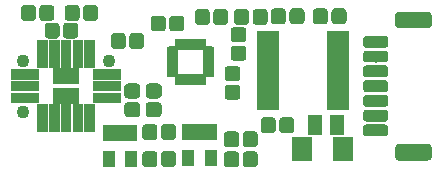
<source format=gbr>
G04 #@! TF.GenerationSoftware,KiCad,Pcbnew,(6.0.0-rc1-dev-1606-g4cd41e394)*
G04 #@! TF.CreationDate,2019-02-20T17:22:23+01:00*
G04 #@! TF.ProjectId,WINDGAUGE03A_PCB01A,57494e44-4741-4554-9745-3033415f5043,rev?*
G04 #@! TF.SameCoordinates,Original*
G04 #@! TF.FileFunction,Soldermask,Top*
G04 #@! TF.FilePolarity,Negative*
%FSLAX46Y46*%
G04 Gerber Fmt 4.6, Leading zero omitted, Abs format (unit mm)*
G04 Created by KiCad (PCBNEW (6.0.0-rc1-dev-1606-g4cd41e394)) date 20.02.2019 17:22:23*
%MOMM*%
%LPD*%
G04 APERTURE LIST*
%ADD10C,0.100000*%
%ADD11C,1.275000*%
%ADD12C,0.900000*%
%ADD13C,1.300000*%
%ADD14C,1.100000*%
%ADD15C,0.600000*%
%ADD16C,1.000000*%
%ADD17C,1.400000*%
%ADD18R,1.050000X1.460000*%
%ADD19R,1.850000X0.850000*%
%ADD20R,1.289000X1.797000*%
%ADD21R,1.700000X2.100000*%
G04 APERTURE END LIST*
D10*
G36*
X7237493Y13873465D02*
G01*
X7268435Y13868875D01*
X7298778Y13861275D01*
X7328230Y13850737D01*
X7356508Y13837362D01*
X7383338Y13821281D01*
X7408463Y13802647D01*
X7431640Y13781640D01*
X7452647Y13758463D01*
X7471281Y13733338D01*
X7487362Y13706508D01*
X7500737Y13678230D01*
X7511275Y13648778D01*
X7518875Y13618435D01*
X7523465Y13587493D01*
X7525000Y13556250D01*
X7525000Y12843750D01*
X7523465Y12812507D01*
X7518875Y12781565D01*
X7511275Y12751222D01*
X7500737Y12721770D01*
X7487362Y12693492D01*
X7471281Y12666662D01*
X7452647Y12641537D01*
X7431640Y12618360D01*
X7408463Y12597353D01*
X7383338Y12578719D01*
X7356508Y12562638D01*
X7328230Y12549263D01*
X7298778Y12538725D01*
X7268435Y12531125D01*
X7237493Y12526535D01*
X7206250Y12525000D01*
X6568750Y12525000D01*
X6537507Y12526535D01*
X6506565Y12531125D01*
X6476222Y12538725D01*
X6446770Y12549263D01*
X6418492Y12562638D01*
X6391662Y12578719D01*
X6366537Y12597353D01*
X6343360Y12618360D01*
X6322353Y12641537D01*
X6303719Y12666662D01*
X6287638Y12693492D01*
X6274263Y12721770D01*
X6263725Y12751222D01*
X6256125Y12781565D01*
X6251535Y12812507D01*
X6250000Y12843750D01*
X6250000Y13556250D01*
X6251535Y13587493D01*
X6256125Y13618435D01*
X6263725Y13648778D01*
X6274263Y13678230D01*
X6287638Y13706508D01*
X6303719Y13733338D01*
X6322353Y13758463D01*
X6343360Y13781640D01*
X6366537Y13802647D01*
X6391662Y13821281D01*
X6418492Y13837362D01*
X6446770Y13850737D01*
X6476222Y13861275D01*
X6506565Y13868875D01*
X6537507Y13873465D01*
X6568750Y13875000D01*
X7206250Y13875000D01*
X7237493Y13873465D01*
X7237493Y13873465D01*
G37*
D11*
X6887500Y13200000D03*
D10*
G36*
X5662493Y13873465D02*
G01*
X5693435Y13868875D01*
X5723778Y13861275D01*
X5753230Y13850737D01*
X5781508Y13837362D01*
X5808338Y13821281D01*
X5833463Y13802647D01*
X5856640Y13781640D01*
X5877647Y13758463D01*
X5896281Y13733338D01*
X5912362Y13706508D01*
X5925737Y13678230D01*
X5936275Y13648778D01*
X5943875Y13618435D01*
X5948465Y13587493D01*
X5950000Y13556250D01*
X5950000Y12843750D01*
X5948465Y12812507D01*
X5943875Y12781565D01*
X5936275Y12751222D01*
X5925737Y12721770D01*
X5912362Y12693492D01*
X5896281Y12666662D01*
X5877647Y12641537D01*
X5856640Y12618360D01*
X5833463Y12597353D01*
X5808338Y12578719D01*
X5781508Y12562638D01*
X5753230Y12549263D01*
X5723778Y12538725D01*
X5693435Y12531125D01*
X5662493Y12526535D01*
X5631250Y12525000D01*
X4993750Y12525000D01*
X4962507Y12526535D01*
X4931565Y12531125D01*
X4901222Y12538725D01*
X4871770Y12549263D01*
X4843492Y12562638D01*
X4816662Y12578719D01*
X4791537Y12597353D01*
X4768360Y12618360D01*
X4747353Y12641537D01*
X4728719Y12666662D01*
X4712638Y12693492D01*
X4699263Y12721770D01*
X4688725Y12751222D01*
X4681125Y12781565D01*
X4676535Y12812507D01*
X4675000Y12843750D01*
X4675000Y13556250D01*
X4676535Y13587493D01*
X4681125Y13618435D01*
X4688725Y13648778D01*
X4699263Y13678230D01*
X4712638Y13706508D01*
X4728719Y13733338D01*
X4747353Y13758463D01*
X4768360Y13781640D01*
X4791537Y13802647D01*
X4816662Y13821281D01*
X4843492Y13837362D01*
X4871770Y13850737D01*
X4901222Y13861275D01*
X4931565Y13868875D01*
X4962507Y13873465D01*
X4993750Y13875000D01*
X5631250Y13875000D01*
X5662493Y13873465D01*
X5662493Y13873465D01*
G37*
D11*
X5312500Y13200000D03*
D10*
G36*
X13819493Y1497465D02*
G01*
X13850435Y1492875D01*
X13880778Y1485275D01*
X13910230Y1474737D01*
X13938508Y1461362D01*
X13965338Y1445281D01*
X13990463Y1426647D01*
X14013640Y1405640D01*
X14034647Y1382463D01*
X14053281Y1357338D01*
X14069362Y1330508D01*
X14082737Y1302230D01*
X14093275Y1272778D01*
X14100875Y1242435D01*
X14105465Y1211493D01*
X14107000Y1180250D01*
X14107000Y467750D01*
X14105465Y436507D01*
X14100875Y405565D01*
X14093275Y375222D01*
X14082737Y345770D01*
X14069362Y317492D01*
X14053281Y290662D01*
X14034647Y265537D01*
X14013640Y242360D01*
X13990463Y221353D01*
X13965338Y202719D01*
X13938508Y186638D01*
X13910230Y173263D01*
X13880778Y162725D01*
X13850435Y155125D01*
X13819493Y150535D01*
X13788250Y149000D01*
X13150750Y149000D01*
X13119507Y150535D01*
X13088565Y155125D01*
X13058222Y162725D01*
X13028770Y173263D01*
X13000492Y186638D01*
X12973662Y202719D01*
X12948537Y221353D01*
X12925360Y242360D01*
X12904353Y265537D01*
X12885719Y290662D01*
X12869638Y317492D01*
X12856263Y345770D01*
X12845725Y375222D01*
X12838125Y405565D01*
X12833535Y436507D01*
X12832000Y467750D01*
X12832000Y1180250D01*
X12833535Y1211493D01*
X12838125Y1242435D01*
X12845725Y1272778D01*
X12856263Y1302230D01*
X12869638Y1330508D01*
X12885719Y1357338D01*
X12904353Y1382463D01*
X12925360Y1405640D01*
X12948537Y1426647D01*
X12973662Y1445281D01*
X13000492Y1461362D01*
X13028770Y1474737D01*
X13058222Y1485275D01*
X13088565Y1492875D01*
X13119507Y1497465D01*
X13150750Y1499000D01*
X13788250Y1499000D01*
X13819493Y1497465D01*
X13819493Y1497465D01*
G37*
D11*
X13469500Y824000D03*
D10*
G36*
X12244493Y1497465D02*
G01*
X12275435Y1492875D01*
X12305778Y1485275D01*
X12335230Y1474737D01*
X12363508Y1461362D01*
X12390338Y1445281D01*
X12415463Y1426647D01*
X12438640Y1405640D01*
X12459647Y1382463D01*
X12478281Y1357338D01*
X12494362Y1330508D01*
X12507737Y1302230D01*
X12518275Y1272778D01*
X12525875Y1242435D01*
X12530465Y1211493D01*
X12532000Y1180250D01*
X12532000Y467750D01*
X12530465Y436507D01*
X12525875Y405565D01*
X12518275Y375222D01*
X12507737Y345770D01*
X12494362Y317492D01*
X12478281Y290662D01*
X12459647Y265537D01*
X12438640Y242360D01*
X12415463Y221353D01*
X12390338Y202719D01*
X12363508Y186638D01*
X12335230Y173263D01*
X12305778Y162725D01*
X12275435Y155125D01*
X12244493Y150535D01*
X12213250Y149000D01*
X11575750Y149000D01*
X11544507Y150535D01*
X11513565Y155125D01*
X11483222Y162725D01*
X11453770Y173263D01*
X11425492Y186638D01*
X11398662Y202719D01*
X11373537Y221353D01*
X11350360Y242360D01*
X11329353Y265537D01*
X11310719Y290662D01*
X11294638Y317492D01*
X11281263Y345770D01*
X11270725Y375222D01*
X11263125Y405565D01*
X11258535Y436507D01*
X11257000Y467750D01*
X11257000Y1180250D01*
X11258535Y1211493D01*
X11263125Y1242435D01*
X11270725Y1272778D01*
X11281263Y1302230D01*
X11294638Y1330508D01*
X11310719Y1357338D01*
X11329353Y1382463D01*
X11350360Y1405640D01*
X11373537Y1426647D01*
X11398662Y1445281D01*
X11425492Y1461362D01*
X11453770Y1474737D01*
X11483222Y1485275D01*
X11513565Y1492875D01*
X11544507Y1497465D01*
X11575750Y1499000D01*
X12213250Y1499000D01*
X12244493Y1497465D01*
X12244493Y1497465D01*
G37*
D11*
X11894500Y824000D03*
D10*
G36*
X13819493Y3783465D02*
G01*
X13850435Y3778875D01*
X13880778Y3771275D01*
X13910230Y3760737D01*
X13938508Y3747362D01*
X13965338Y3731281D01*
X13990463Y3712647D01*
X14013640Y3691640D01*
X14034647Y3668463D01*
X14053281Y3643338D01*
X14069362Y3616508D01*
X14082737Y3588230D01*
X14093275Y3558778D01*
X14100875Y3528435D01*
X14105465Y3497493D01*
X14107000Y3466250D01*
X14107000Y2753750D01*
X14105465Y2722507D01*
X14100875Y2691565D01*
X14093275Y2661222D01*
X14082737Y2631770D01*
X14069362Y2603492D01*
X14053281Y2576662D01*
X14034647Y2551537D01*
X14013640Y2528360D01*
X13990463Y2507353D01*
X13965338Y2488719D01*
X13938508Y2472638D01*
X13910230Y2459263D01*
X13880778Y2448725D01*
X13850435Y2441125D01*
X13819493Y2436535D01*
X13788250Y2435000D01*
X13150750Y2435000D01*
X13119507Y2436535D01*
X13088565Y2441125D01*
X13058222Y2448725D01*
X13028770Y2459263D01*
X13000492Y2472638D01*
X12973662Y2488719D01*
X12948537Y2507353D01*
X12925360Y2528360D01*
X12904353Y2551537D01*
X12885719Y2576662D01*
X12869638Y2603492D01*
X12856263Y2631770D01*
X12845725Y2661222D01*
X12838125Y2691565D01*
X12833535Y2722507D01*
X12832000Y2753750D01*
X12832000Y3466250D01*
X12833535Y3497493D01*
X12838125Y3528435D01*
X12845725Y3558778D01*
X12856263Y3588230D01*
X12869638Y3616508D01*
X12885719Y3643338D01*
X12904353Y3668463D01*
X12925360Y3691640D01*
X12948537Y3712647D01*
X12973662Y3731281D01*
X13000492Y3747362D01*
X13028770Y3760737D01*
X13058222Y3771275D01*
X13088565Y3778875D01*
X13119507Y3783465D01*
X13150750Y3785000D01*
X13788250Y3785000D01*
X13819493Y3783465D01*
X13819493Y3783465D01*
G37*
D11*
X13469500Y3110000D03*
D10*
G36*
X12244493Y3783465D02*
G01*
X12275435Y3778875D01*
X12305778Y3771275D01*
X12335230Y3760737D01*
X12363508Y3747362D01*
X12390338Y3731281D01*
X12415463Y3712647D01*
X12438640Y3691640D01*
X12459647Y3668463D01*
X12478281Y3643338D01*
X12494362Y3616508D01*
X12507737Y3588230D01*
X12518275Y3558778D01*
X12525875Y3528435D01*
X12530465Y3497493D01*
X12532000Y3466250D01*
X12532000Y2753750D01*
X12530465Y2722507D01*
X12525875Y2691565D01*
X12518275Y2661222D01*
X12507737Y2631770D01*
X12494362Y2603492D01*
X12478281Y2576662D01*
X12459647Y2551537D01*
X12438640Y2528360D01*
X12415463Y2507353D01*
X12390338Y2488719D01*
X12363508Y2472638D01*
X12335230Y2459263D01*
X12305778Y2448725D01*
X12275435Y2441125D01*
X12244493Y2436535D01*
X12213250Y2435000D01*
X11575750Y2435000D01*
X11544507Y2436535D01*
X11513565Y2441125D01*
X11483222Y2448725D01*
X11453770Y2459263D01*
X11425492Y2472638D01*
X11398662Y2488719D01*
X11373537Y2507353D01*
X11350360Y2528360D01*
X11329353Y2551537D01*
X11310719Y2576662D01*
X11294638Y2603492D01*
X11281263Y2631770D01*
X11270725Y2661222D01*
X11263125Y2691565D01*
X11258535Y2722507D01*
X11257000Y2753750D01*
X11257000Y3466250D01*
X11258535Y3497493D01*
X11263125Y3528435D01*
X11270725Y3558778D01*
X11281263Y3588230D01*
X11294638Y3616508D01*
X11310719Y3643338D01*
X11329353Y3668463D01*
X11350360Y3691640D01*
X11373537Y3712647D01*
X11398662Y3731281D01*
X11425492Y3747362D01*
X11453770Y3760737D01*
X11483222Y3771275D01*
X11513565Y3778875D01*
X11544507Y3783465D01*
X11575750Y3785000D01*
X12213250Y3785000D01*
X12244493Y3783465D01*
X12244493Y3783465D01*
G37*
D11*
X11894500Y3110000D03*
D10*
G36*
X20737493Y1473465D02*
G01*
X20768435Y1468875D01*
X20798778Y1461275D01*
X20828230Y1450737D01*
X20856508Y1437362D01*
X20883338Y1421281D01*
X20908463Y1402647D01*
X20931640Y1381640D01*
X20952647Y1358463D01*
X20971281Y1333338D01*
X20987362Y1306508D01*
X21000737Y1278230D01*
X21011275Y1248778D01*
X21018875Y1218435D01*
X21023465Y1187493D01*
X21025000Y1156250D01*
X21025000Y443750D01*
X21023465Y412507D01*
X21018875Y381565D01*
X21011275Y351222D01*
X21000737Y321770D01*
X20987362Y293492D01*
X20971281Y266662D01*
X20952647Y241537D01*
X20931640Y218360D01*
X20908463Y197353D01*
X20883338Y178719D01*
X20856508Y162638D01*
X20828230Y149263D01*
X20798778Y138725D01*
X20768435Y131125D01*
X20737493Y126535D01*
X20706250Y125000D01*
X20068750Y125000D01*
X20037507Y126535D01*
X20006565Y131125D01*
X19976222Y138725D01*
X19946770Y149263D01*
X19918492Y162638D01*
X19891662Y178719D01*
X19866537Y197353D01*
X19843360Y218360D01*
X19822353Y241537D01*
X19803719Y266662D01*
X19787638Y293492D01*
X19774263Y321770D01*
X19763725Y351222D01*
X19756125Y381565D01*
X19751535Y412507D01*
X19750000Y443750D01*
X19750000Y1156250D01*
X19751535Y1187493D01*
X19756125Y1218435D01*
X19763725Y1248778D01*
X19774263Y1278230D01*
X19787638Y1306508D01*
X19803719Y1333338D01*
X19822353Y1358463D01*
X19843360Y1381640D01*
X19866537Y1402647D01*
X19891662Y1421281D01*
X19918492Y1437362D01*
X19946770Y1450737D01*
X19976222Y1461275D01*
X20006565Y1468875D01*
X20037507Y1473465D01*
X20068750Y1475000D01*
X20706250Y1475000D01*
X20737493Y1473465D01*
X20737493Y1473465D01*
G37*
D11*
X20387500Y800000D03*
D10*
G36*
X19162493Y1473465D02*
G01*
X19193435Y1468875D01*
X19223778Y1461275D01*
X19253230Y1450737D01*
X19281508Y1437362D01*
X19308338Y1421281D01*
X19333463Y1402647D01*
X19356640Y1381640D01*
X19377647Y1358463D01*
X19396281Y1333338D01*
X19412362Y1306508D01*
X19425737Y1278230D01*
X19436275Y1248778D01*
X19443875Y1218435D01*
X19448465Y1187493D01*
X19450000Y1156250D01*
X19450000Y443750D01*
X19448465Y412507D01*
X19443875Y381565D01*
X19436275Y351222D01*
X19425737Y321770D01*
X19412362Y293492D01*
X19396281Y266662D01*
X19377647Y241537D01*
X19356640Y218360D01*
X19333463Y197353D01*
X19308338Y178719D01*
X19281508Y162638D01*
X19253230Y149263D01*
X19223778Y138725D01*
X19193435Y131125D01*
X19162493Y126535D01*
X19131250Y125000D01*
X18493750Y125000D01*
X18462507Y126535D01*
X18431565Y131125D01*
X18401222Y138725D01*
X18371770Y149263D01*
X18343492Y162638D01*
X18316662Y178719D01*
X18291537Y197353D01*
X18268360Y218360D01*
X18247353Y241537D01*
X18228719Y266662D01*
X18212638Y293492D01*
X18199263Y321770D01*
X18188725Y351222D01*
X18181125Y381565D01*
X18176535Y412507D01*
X18175000Y443750D01*
X18175000Y1156250D01*
X18176535Y1187493D01*
X18181125Y1218435D01*
X18188725Y1248778D01*
X18199263Y1278230D01*
X18212638Y1306508D01*
X18228719Y1333338D01*
X18247353Y1358463D01*
X18268360Y1381640D01*
X18291537Y1402647D01*
X18316662Y1421281D01*
X18343492Y1437362D01*
X18371770Y1450737D01*
X18401222Y1461275D01*
X18431565Y1468875D01*
X18462507Y1473465D01*
X18493750Y1475000D01*
X19131250Y1475000D01*
X19162493Y1473465D01*
X19162493Y1473465D01*
G37*
D11*
X18812500Y800000D03*
D10*
G36*
X20737493Y3173465D02*
G01*
X20768435Y3168875D01*
X20798778Y3161275D01*
X20828230Y3150737D01*
X20856508Y3137362D01*
X20883338Y3121281D01*
X20908463Y3102647D01*
X20931640Y3081640D01*
X20952647Y3058463D01*
X20971281Y3033338D01*
X20987362Y3006508D01*
X21000737Y2978230D01*
X21011275Y2948778D01*
X21018875Y2918435D01*
X21023465Y2887493D01*
X21025000Y2856250D01*
X21025000Y2143750D01*
X21023465Y2112507D01*
X21018875Y2081565D01*
X21011275Y2051222D01*
X21000737Y2021770D01*
X20987362Y1993492D01*
X20971281Y1966662D01*
X20952647Y1941537D01*
X20931640Y1918360D01*
X20908463Y1897353D01*
X20883338Y1878719D01*
X20856508Y1862638D01*
X20828230Y1849263D01*
X20798778Y1838725D01*
X20768435Y1831125D01*
X20737493Y1826535D01*
X20706250Y1825000D01*
X20068750Y1825000D01*
X20037507Y1826535D01*
X20006565Y1831125D01*
X19976222Y1838725D01*
X19946770Y1849263D01*
X19918492Y1862638D01*
X19891662Y1878719D01*
X19866537Y1897353D01*
X19843360Y1918360D01*
X19822353Y1941537D01*
X19803719Y1966662D01*
X19787638Y1993492D01*
X19774263Y2021770D01*
X19763725Y2051222D01*
X19756125Y2081565D01*
X19751535Y2112507D01*
X19750000Y2143750D01*
X19750000Y2856250D01*
X19751535Y2887493D01*
X19756125Y2918435D01*
X19763725Y2948778D01*
X19774263Y2978230D01*
X19787638Y3006508D01*
X19803719Y3033338D01*
X19822353Y3058463D01*
X19843360Y3081640D01*
X19866537Y3102647D01*
X19891662Y3121281D01*
X19918492Y3137362D01*
X19946770Y3150737D01*
X19976222Y3161275D01*
X20006565Y3168875D01*
X20037507Y3173465D01*
X20068750Y3175000D01*
X20706250Y3175000D01*
X20737493Y3173465D01*
X20737493Y3173465D01*
G37*
D11*
X20387500Y2500000D03*
D10*
G36*
X19162493Y3173465D02*
G01*
X19193435Y3168875D01*
X19223778Y3161275D01*
X19253230Y3150737D01*
X19281508Y3137362D01*
X19308338Y3121281D01*
X19333463Y3102647D01*
X19356640Y3081640D01*
X19377647Y3058463D01*
X19396281Y3033338D01*
X19412362Y3006508D01*
X19425737Y2978230D01*
X19436275Y2948778D01*
X19443875Y2918435D01*
X19448465Y2887493D01*
X19450000Y2856250D01*
X19450000Y2143750D01*
X19448465Y2112507D01*
X19443875Y2081565D01*
X19436275Y2051222D01*
X19425737Y2021770D01*
X19412362Y1993492D01*
X19396281Y1966662D01*
X19377647Y1941537D01*
X19356640Y1918360D01*
X19333463Y1897353D01*
X19308338Y1878719D01*
X19281508Y1862638D01*
X19253230Y1849263D01*
X19223778Y1838725D01*
X19193435Y1831125D01*
X19162493Y1826535D01*
X19131250Y1825000D01*
X18493750Y1825000D01*
X18462507Y1826535D01*
X18431565Y1831125D01*
X18401222Y1838725D01*
X18371770Y1849263D01*
X18343492Y1862638D01*
X18316662Y1878719D01*
X18291537Y1897353D01*
X18268360Y1918360D01*
X18247353Y1941537D01*
X18228719Y1966662D01*
X18212638Y1993492D01*
X18199263Y2021770D01*
X18188725Y2051222D01*
X18181125Y2081565D01*
X18176535Y2112507D01*
X18175000Y2143750D01*
X18175000Y2856250D01*
X18176535Y2887493D01*
X18181125Y2918435D01*
X18188725Y2948778D01*
X18199263Y2978230D01*
X18212638Y3006508D01*
X18228719Y3033338D01*
X18247353Y3058463D01*
X18268360Y3081640D01*
X18291537Y3102647D01*
X18316662Y3121281D01*
X18343492Y3137362D01*
X18371770Y3150737D01*
X18401222Y3161275D01*
X18431565Y3168875D01*
X18462507Y3173465D01*
X18493750Y3175000D01*
X19131250Y3175000D01*
X19162493Y3173465D01*
X19162493Y3173465D01*
G37*
D11*
X18812500Y2500000D03*
D10*
G36*
X5537493Y12373465D02*
G01*
X5568435Y12368875D01*
X5598778Y12361275D01*
X5628230Y12350737D01*
X5656508Y12337362D01*
X5683338Y12321281D01*
X5708463Y12302647D01*
X5731640Y12281640D01*
X5752647Y12258463D01*
X5771281Y12233338D01*
X5787362Y12206508D01*
X5800737Y12178230D01*
X5811275Y12148778D01*
X5818875Y12118435D01*
X5823465Y12087493D01*
X5825000Y12056250D01*
X5825000Y11343750D01*
X5823465Y11312507D01*
X5818875Y11281565D01*
X5811275Y11251222D01*
X5800737Y11221770D01*
X5787362Y11193492D01*
X5771281Y11166662D01*
X5752647Y11141537D01*
X5731640Y11118360D01*
X5708463Y11097353D01*
X5683338Y11078719D01*
X5656508Y11062638D01*
X5628230Y11049263D01*
X5598778Y11038725D01*
X5568435Y11031125D01*
X5537493Y11026535D01*
X5506250Y11025000D01*
X4868750Y11025000D01*
X4837507Y11026535D01*
X4806565Y11031125D01*
X4776222Y11038725D01*
X4746770Y11049263D01*
X4718492Y11062638D01*
X4691662Y11078719D01*
X4666537Y11097353D01*
X4643360Y11118360D01*
X4622353Y11141537D01*
X4603719Y11166662D01*
X4587638Y11193492D01*
X4574263Y11221770D01*
X4563725Y11251222D01*
X4556125Y11281565D01*
X4551535Y11312507D01*
X4550000Y11343750D01*
X4550000Y12056250D01*
X4551535Y12087493D01*
X4556125Y12118435D01*
X4563725Y12148778D01*
X4574263Y12178230D01*
X4587638Y12206508D01*
X4603719Y12233338D01*
X4622353Y12258463D01*
X4643360Y12281640D01*
X4666537Y12302647D01*
X4691662Y12321281D01*
X4718492Y12337362D01*
X4746770Y12350737D01*
X4776222Y12361275D01*
X4806565Y12368875D01*
X4837507Y12373465D01*
X4868750Y12375000D01*
X5506250Y12375000D01*
X5537493Y12373465D01*
X5537493Y12373465D01*
G37*
D11*
X5187500Y11700000D03*
D10*
G36*
X3962493Y12373465D02*
G01*
X3993435Y12368875D01*
X4023778Y12361275D01*
X4053230Y12350737D01*
X4081508Y12337362D01*
X4108338Y12321281D01*
X4133463Y12302647D01*
X4156640Y12281640D01*
X4177647Y12258463D01*
X4196281Y12233338D01*
X4212362Y12206508D01*
X4225737Y12178230D01*
X4236275Y12148778D01*
X4243875Y12118435D01*
X4248465Y12087493D01*
X4250000Y12056250D01*
X4250000Y11343750D01*
X4248465Y11312507D01*
X4243875Y11281565D01*
X4236275Y11251222D01*
X4225737Y11221770D01*
X4212362Y11193492D01*
X4196281Y11166662D01*
X4177647Y11141537D01*
X4156640Y11118360D01*
X4133463Y11097353D01*
X4108338Y11078719D01*
X4081508Y11062638D01*
X4053230Y11049263D01*
X4023778Y11038725D01*
X3993435Y11031125D01*
X3962493Y11026535D01*
X3931250Y11025000D01*
X3293750Y11025000D01*
X3262507Y11026535D01*
X3231565Y11031125D01*
X3201222Y11038725D01*
X3171770Y11049263D01*
X3143492Y11062638D01*
X3116662Y11078719D01*
X3091537Y11097353D01*
X3068360Y11118360D01*
X3047353Y11141537D01*
X3028719Y11166662D01*
X3012638Y11193492D01*
X2999263Y11221770D01*
X2988725Y11251222D01*
X2981125Y11281565D01*
X2976535Y11312507D01*
X2975000Y11343750D01*
X2975000Y12056250D01*
X2976535Y12087493D01*
X2981125Y12118435D01*
X2988725Y12148778D01*
X2999263Y12178230D01*
X3012638Y12206508D01*
X3028719Y12233338D01*
X3047353Y12258463D01*
X3068360Y12281640D01*
X3091537Y12302647D01*
X3116662Y12321281D01*
X3143492Y12337362D01*
X3171770Y12350737D01*
X3201222Y12361275D01*
X3231565Y12368875D01*
X3262507Y12373465D01*
X3293750Y12375000D01*
X3931250Y12375000D01*
X3962493Y12373465D01*
X3962493Y12373465D01*
G37*
D11*
X3612500Y11700000D03*
D10*
G36*
X1949993Y13873465D02*
G01*
X1980935Y13868875D01*
X2011278Y13861275D01*
X2040730Y13850737D01*
X2069008Y13837362D01*
X2095838Y13821281D01*
X2120963Y13802647D01*
X2144140Y13781640D01*
X2165147Y13758463D01*
X2183781Y13733338D01*
X2199862Y13706508D01*
X2213237Y13678230D01*
X2223775Y13648778D01*
X2231375Y13618435D01*
X2235965Y13587493D01*
X2237500Y13556250D01*
X2237500Y12843750D01*
X2235965Y12812507D01*
X2231375Y12781565D01*
X2223775Y12751222D01*
X2213237Y12721770D01*
X2199862Y12693492D01*
X2183781Y12666662D01*
X2165147Y12641537D01*
X2144140Y12618360D01*
X2120963Y12597353D01*
X2095838Y12578719D01*
X2069008Y12562638D01*
X2040730Y12549263D01*
X2011278Y12538725D01*
X1980935Y12531125D01*
X1949993Y12526535D01*
X1918750Y12525000D01*
X1281250Y12525000D01*
X1250007Y12526535D01*
X1219065Y12531125D01*
X1188722Y12538725D01*
X1159270Y12549263D01*
X1130992Y12562638D01*
X1104162Y12578719D01*
X1079037Y12597353D01*
X1055860Y12618360D01*
X1034853Y12641537D01*
X1016219Y12666662D01*
X1000138Y12693492D01*
X986763Y12721770D01*
X976225Y12751222D01*
X968625Y12781565D01*
X964035Y12812507D01*
X962500Y12843750D01*
X962500Y13556250D01*
X964035Y13587493D01*
X968625Y13618435D01*
X976225Y13648778D01*
X986763Y13678230D01*
X1000138Y13706508D01*
X1016219Y13733338D01*
X1034853Y13758463D01*
X1055860Y13781640D01*
X1079037Y13802647D01*
X1104162Y13821281D01*
X1130992Y13837362D01*
X1159270Y13850737D01*
X1188722Y13861275D01*
X1219065Y13868875D01*
X1250007Y13873465D01*
X1281250Y13875000D01*
X1918750Y13875000D01*
X1949993Y13873465D01*
X1949993Y13873465D01*
G37*
D11*
X1600000Y13200000D03*
D10*
G36*
X3524993Y13873465D02*
G01*
X3555935Y13868875D01*
X3586278Y13861275D01*
X3615730Y13850737D01*
X3644008Y13837362D01*
X3670838Y13821281D01*
X3695963Y13802647D01*
X3719140Y13781640D01*
X3740147Y13758463D01*
X3758781Y13733338D01*
X3774862Y13706508D01*
X3788237Y13678230D01*
X3798775Y13648778D01*
X3806375Y13618435D01*
X3810965Y13587493D01*
X3812500Y13556250D01*
X3812500Y12843750D01*
X3810965Y12812507D01*
X3806375Y12781565D01*
X3798775Y12751222D01*
X3788237Y12721770D01*
X3774862Y12693492D01*
X3758781Y12666662D01*
X3740147Y12641537D01*
X3719140Y12618360D01*
X3695963Y12597353D01*
X3670838Y12578719D01*
X3644008Y12562638D01*
X3615730Y12549263D01*
X3586278Y12538725D01*
X3555935Y12531125D01*
X3524993Y12526535D01*
X3493750Y12525000D01*
X2856250Y12525000D01*
X2825007Y12526535D01*
X2794065Y12531125D01*
X2763722Y12538725D01*
X2734270Y12549263D01*
X2705992Y12562638D01*
X2679162Y12578719D01*
X2654037Y12597353D01*
X2630860Y12618360D01*
X2609853Y12641537D01*
X2591219Y12666662D01*
X2575138Y12693492D01*
X2561763Y12721770D01*
X2551225Y12751222D01*
X2543625Y12781565D01*
X2539035Y12812507D01*
X2537500Y12843750D01*
X2537500Y13556250D01*
X2539035Y13587493D01*
X2543625Y13618435D01*
X2551225Y13648778D01*
X2561763Y13678230D01*
X2575138Y13706508D01*
X2591219Y13733338D01*
X2609853Y13758463D01*
X2630860Y13781640D01*
X2654037Y13802647D01*
X2679162Y13821281D01*
X2705992Y13837362D01*
X2734270Y13850737D01*
X2763722Y13861275D01*
X2794065Y13868875D01*
X2825007Y13873465D01*
X2856250Y13875000D01*
X3493750Y13875000D01*
X3524993Y13873465D01*
X3524993Y13873465D01*
G37*
D11*
X3175000Y13200000D03*
D10*
G36*
X22262493Y4373465D02*
G01*
X22293435Y4368875D01*
X22323778Y4361275D01*
X22353230Y4350737D01*
X22381508Y4337362D01*
X22408338Y4321281D01*
X22433463Y4302647D01*
X22456640Y4281640D01*
X22477647Y4258463D01*
X22496281Y4233338D01*
X22512362Y4206508D01*
X22525737Y4178230D01*
X22536275Y4148778D01*
X22543875Y4118435D01*
X22548465Y4087493D01*
X22550000Y4056250D01*
X22550000Y3343750D01*
X22548465Y3312507D01*
X22543875Y3281565D01*
X22536275Y3251222D01*
X22525737Y3221770D01*
X22512362Y3193492D01*
X22496281Y3166662D01*
X22477647Y3141537D01*
X22456640Y3118360D01*
X22433463Y3097353D01*
X22408338Y3078719D01*
X22381508Y3062638D01*
X22353230Y3049263D01*
X22323778Y3038725D01*
X22293435Y3031125D01*
X22262493Y3026535D01*
X22231250Y3025000D01*
X21593750Y3025000D01*
X21562507Y3026535D01*
X21531565Y3031125D01*
X21501222Y3038725D01*
X21471770Y3049263D01*
X21443492Y3062638D01*
X21416662Y3078719D01*
X21391537Y3097353D01*
X21368360Y3118360D01*
X21347353Y3141537D01*
X21328719Y3166662D01*
X21312638Y3193492D01*
X21299263Y3221770D01*
X21288725Y3251222D01*
X21281125Y3281565D01*
X21276535Y3312507D01*
X21275000Y3343750D01*
X21275000Y4056250D01*
X21276535Y4087493D01*
X21281125Y4118435D01*
X21288725Y4148778D01*
X21299263Y4178230D01*
X21312638Y4206508D01*
X21328719Y4233338D01*
X21347353Y4258463D01*
X21368360Y4281640D01*
X21391537Y4302647D01*
X21416662Y4321281D01*
X21443492Y4337362D01*
X21471770Y4350737D01*
X21501222Y4361275D01*
X21531565Y4368875D01*
X21562507Y4373465D01*
X21593750Y4375000D01*
X22231250Y4375000D01*
X22262493Y4373465D01*
X22262493Y4373465D01*
G37*
D11*
X21912500Y3700000D03*
D10*
G36*
X23837493Y4373465D02*
G01*
X23868435Y4368875D01*
X23898778Y4361275D01*
X23928230Y4350737D01*
X23956508Y4337362D01*
X23983338Y4321281D01*
X24008463Y4302647D01*
X24031640Y4281640D01*
X24052647Y4258463D01*
X24071281Y4233338D01*
X24087362Y4206508D01*
X24100737Y4178230D01*
X24111275Y4148778D01*
X24118875Y4118435D01*
X24123465Y4087493D01*
X24125000Y4056250D01*
X24125000Y3343750D01*
X24123465Y3312507D01*
X24118875Y3281565D01*
X24111275Y3251222D01*
X24100737Y3221770D01*
X24087362Y3193492D01*
X24071281Y3166662D01*
X24052647Y3141537D01*
X24031640Y3118360D01*
X24008463Y3097353D01*
X23983338Y3078719D01*
X23956508Y3062638D01*
X23928230Y3049263D01*
X23898778Y3038725D01*
X23868435Y3031125D01*
X23837493Y3026535D01*
X23806250Y3025000D01*
X23168750Y3025000D01*
X23137507Y3026535D01*
X23106565Y3031125D01*
X23076222Y3038725D01*
X23046770Y3049263D01*
X23018492Y3062638D01*
X22991662Y3078719D01*
X22966537Y3097353D01*
X22943360Y3118360D01*
X22922353Y3141537D01*
X22903719Y3166662D01*
X22887638Y3193492D01*
X22874263Y3221770D01*
X22863725Y3251222D01*
X22856125Y3281565D01*
X22851535Y3312507D01*
X22850000Y3343750D01*
X22850000Y4056250D01*
X22851535Y4087493D01*
X22856125Y4118435D01*
X22863725Y4148778D01*
X22874263Y4178230D01*
X22887638Y4206508D01*
X22903719Y4233338D01*
X22922353Y4258463D01*
X22943360Y4281640D01*
X22966537Y4302647D01*
X22991662Y4321281D01*
X23018492Y4337362D01*
X23046770Y4350737D01*
X23076222Y4361275D01*
X23106565Y4368875D01*
X23137507Y4373465D01*
X23168750Y4375000D01*
X23806250Y4375000D01*
X23837493Y4373465D01*
X23837493Y4373465D01*
G37*
D11*
X23487500Y3700000D03*
D10*
G36*
X19279493Y7124465D02*
G01*
X19310435Y7119875D01*
X19340778Y7112275D01*
X19370230Y7101737D01*
X19398508Y7088362D01*
X19425338Y7072281D01*
X19450463Y7053647D01*
X19473640Y7032640D01*
X19494647Y7009463D01*
X19513281Y6984338D01*
X19529362Y6957508D01*
X19542737Y6929230D01*
X19553275Y6899778D01*
X19560875Y6869435D01*
X19565465Y6838493D01*
X19567000Y6807250D01*
X19567000Y6169750D01*
X19565465Y6138507D01*
X19560875Y6107565D01*
X19553275Y6077222D01*
X19542737Y6047770D01*
X19529362Y6019492D01*
X19513281Y5992662D01*
X19494647Y5967537D01*
X19473640Y5944360D01*
X19450463Y5923353D01*
X19425338Y5904719D01*
X19398508Y5888638D01*
X19370230Y5875263D01*
X19340778Y5864725D01*
X19310435Y5857125D01*
X19279493Y5852535D01*
X19248250Y5851000D01*
X18535750Y5851000D01*
X18504507Y5852535D01*
X18473565Y5857125D01*
X18443222Y5864725D01*
X18413770Y5875263D01*
X18385492Y5888638D01*
X18358662Y5904719D01*
X18333537Y5923353D01*
X18310360Y5944360D01*
X18289353Y5967537D01*
X18270719Y5992662D01*
X18254638Y6019492D01*
X18241263Y6047770D01*
X18230725Y6077222D01*
X18223125Y6107565D01*
X18218535Y6138507D01*
X18217000Y6169750D01*
X18217000Y6807250D01*
X18218535Y6838493D01*
X18223125Y6869435D01*
X18230725Y6899778D01*
X18241263Y6929230D01*
X18254638Y6957508D01*
X18270719Y6984338D01*
X18289353Y7009463D01*
X18310360Y7032640D01*
X18333537Y7053647D01*
X18358662Y7072281D01*
X18385492Y7088362D01*
X18413770Y7101737D01*
X18443222Y7112275D01*
X18473565Y7119875D01*
X18504507Y7124465D01*
X18535750Y7126000D01*
X19248250Y7126000D01*
X19279493Y7124465D01*
X19279493Y7124465D01*
G37*
D11*
X18892000Y6488500D03*
D10*
G36*
X19279493Y8699465D02*
G01*
X19310435Y8694875D01*
X19340778Y8687275D01*
X19370230Y8676737D01*
X19398508Y8663362D01*
X19425338Y8647281D01*
X19450463Y8628647D01*
X19473640Y8607640D01*
X19494647Y8584463D01*
X19513281Y8559338D01*
X19529362Y8532508D01*
X19542737Y8504230D01*
X19553275Y8474778D01*
X19560875Y8444435D01*
X19565465Y8413493D01*
X19567000Y8382250D01*
X19567000Y7744750D01*
X19565465Y7713507D01*
X19560875Y7682565D01*
X19553275Y7652222D01*
X19542737Y7622770D01*
X19529362Y7594492D01*
X19513281Y7567662D01*
X19494647Y7542537D01*
X19473640Y7519360D01*
X19450463Y7498353D01*
X19425338Y7479719D01*
X19398508Y7463638D01*
X19370230Y7450263D01*
X19340778Y7439725D01*
X19310435Y7432125D01*
X19279493Y7427535D01*
X19248250Y7426000D01*
X18535750Y7426000D01*
X18504507Y7427535D01*
X18473565Y7432125D01*
X18443222Y7439725D01*
X18413770Y7450263D01*
X18385492Y7463638D01*
X18358662Y7479719D01*
X18333537Y7498353D01*
X18310360Y7519360D01*
X18289353Y7542537D01*
X18270719Y7567662D01*
X18254638Y7594492D01*
X18241263Y7622770D01*
X18230725Y7652222D01*
X18223125Y7682565D01*
X18218535Y7713507D01*
X18217000Y7744750D01*
X18217000Y8382250D01*
X18218535Y8413493D01*
X18223125Y8444435D01*
X18230725Y8474778D01*
X18241263Y8504230D01*
X18254638Y8532508D01*
X18270719Y8559338D01*
X18289353Y8584463D01*
X18310360Y8607640D01*
X18333537Y8628647D01*
X18358662Y8647281D01*
X18385492Y8663362D01*
X18413770Y8676737D01*
X18443222Y8687275D01*
X18473565Y8694875D01*
X18504507Y8699465D01*
X18535750Y8701000D01*
X19248250Y8701000D01*
X19279493Y8699465D01*
X19279493Y8699465D01*
G37*
D11*
X18892000Y8063500D03*
D10*
G36*
X19787493Y12001465D02*
G01*
X19818435Y11996875D01*
X19848778Y11989275D01*
X19878230Y11978737D01*
X19906508Y11965362D01*
X19933338Y11949281D01*
X19958463Y11930647D01*
X19981640Y11909640D01*
X20002647Y11886463D01*
X20021281Y11861338D01*
X20037362Y11834508D01*
X20050737Y11806230D01*
X20061275Y11776778D01*
X20068875Y11746435D01*
X20073465Y11715493D01*
X20075000Y11684250D01*
X20075000Y11046750D01*
X20073465Y11015507D01*
X20068875Y10984565D01*
X20061275Y10954222D01*
X20050737Y10924770D01*
X20037362Y10896492D01*
X20021281Y10869662D01*
X20002647Y10844537D01*
X19981640Y10821360D01*
X19958463Y10800353D01*
X19933338Y10781719D01*
X19906508Y10765638D01*
X19878230Y10752263D01*
X19848778Y10741725D01*
X19818435Y10734125D01*
X19787493Y10729535D01*
X19756250Y10728000D01*
X19043750Y10728000D01*
X19012507Y10729535D01*
X18981565Y10734125D01*
X18951222Y10741725D01*
X18921770Y10752263D01*
X18893492Y10765638D01*
X18866662Y10781719D01*
X18841537Y10800353D01*
X18818360Y10821360D01*
X18797353Y10844537D01*
X18778719Y10869662D01*
X18762638Y10896492D01*
X18749263Y10924770D01*
X18738725Y10954222D01*
X18731125Y10984565D01*
X18726535Y11015507D01*
X18725000Y11046750D01*
X18725000Y11684250D01*
X18726535Y11715493D01*
X18731125Y11746435D01*
X18738725Y11776778D01*
X18749263Y11806230D01*
X18762638Y11834508D01*
X18778719Y11861338D01*
X18797353Y11886463D01*
X18818360Y11909640D01*
X18841537Y11930647D01*
X18866662Y11949281D01*
X18893492Y11965362D01*
X18921770Y11978737D01*
X18951222Y11989275D01*
X18981565Y11996875D01*
X19012507Y12001465D01*
X19043750Y12003000D01*
X19756250Y12003000D01*
X19787493Y12001465D01*
X19787493Y12001465D01*
G37*
D11*
X19400000Y11365500D03*
D10*
G36*
X19787493Y10426465D02*
G01*
X19818435Y10421875D01*
X19848778Y10414275D01*
X19878230Y10403737D01*
X19906508Y10390362D01*
X19933338Y10374281D01*
X19958463Y10355647D01*
X19981640Y10334640D01*
X20002647Y10311463D01*
X20021281Y10286338D01*
X20037362Y10259508D01*
X20050737Y10231230D01*
X20061275Y10201778D01*
X20068875Y10171435D01*
X20073465Y10140493D01*
X20075000Y10109250D01*
X20075000Y9471750D01*
X20073465Y9440507D01*
X20068875Y9409565D01*
X20061275Y9379222D01*
X20050737Y9349770D01*
X20037362Y9321492D01*
X20021281Y9294662D01*
X20002647Y9269537D01*
X19981640Y9246360D01*
X19958463Y9225353D01*
X19933338Y9206719D01*
X19906508Y9190638D01*
X19878230Y9177263D01*
X19848778Y9166725D01*
X19818435Y9159125D01*
X19787493Y9154535D01*
X19756250Y9153000D01*
X19043750Y9153000D01*
X19012507Y9154535D01*
X18981565Y9159125D01*
X18951222Y9166725D01*
X18921770Y9177263D01*
X18893492Y9190638D01*
X18866662Y9206719D01*
X18841537Y9225353D01*
X18818360Y9246360D01*
X18797353Y9269537D01*
X18778719Y9294662D01*
X18762638Y9321492D01*
X18749263Y9349770D01*
X18738725Y9379222D01*
X18731125Y9409565D01*
X18726535Y9440507D01*
X18725000Y9471750D01*
X18725000Y10109250D01*
X18726535Y10140493D01*
X18731125Y10171435D01*
X18738725Y10201778D01*
X18749263Y10231230D01*
X18762638Y10259508D01*
X18778719Y10286338D01*
X18797353Y10311463D01*
X18818360Y10334640D01*
X18841537Y10355647D01*
X18866662Y10374281D01*
X18893492Y10390362D01*
X18921770Y10403737D01*
X18951222Y10414275D01*
X18981565Y10421875D01*
X19012507Y10426465D01*
X19043750Y10428000D01*
X19756250Y10428000D01*
X19787493Y10426465D01*
X19787493Y10426465D01*
G37*
D11*
X19400000Y9790500D03*
D10*
G36*
X12599993Y7223465D02*
G01*
X12630935Y7218875D01*
X12661278Y7211275D01*
X12690730Y7200737D01*
X12719008Y7187362D01*
X12745838Y7171281D01*
X12770963Y7152647D01*
X12794140Y7131640D01*
X12815147Y7108463D01*
X12833781Y7083338D01*
X12849862Y7056508D01*
X12863237Y7028230D01*
X12873775Y6998778D01*
X12881375Y6968435D01*
X12885965Y6937493D01*
X12887500Y6906250D01*
X12887500Y6268750D01*
X12885965Y6237507D01*
X12881375Y6206565D01*
X12873775Y6176222D01*
X12863237Y6146770D01*
X12849862Y6118492D01*
X12833781Y6091662D01*
X12815147Y6066537D01*
X12794140Y6043360D01*
X12770963Y6022353D01*
X12745838Y6003719D01*
X12719008Y5987638D01*
X12690730Y5974263D01*
X12661278Y5963725D01*
X12630935Y5956125D01*
X12599993Y5951535D01*
X12568750Y5950000D01*
X11856250Y5950000D01*
X11825007Y5951535D01*
X11794065Y5956125D01*
X11763722Y5963725D01*
X11734270Y5974263D01*
X11705992Y5987638D01*
X11679162Y6003719D01*
X11654037Y6022353D01*
X11630860Y6043360D01*
X11609853Y6066537D01*
X11591219Y6091662D01*
X11575138Y6118492D01*
X11561763Y6146770D01*
X11551225Y6176222D01*
X11543625Y6206565D01*
X11539035Y6237507D01*
X11537500Y6268750D01*
X11537500Y6906250D01*
X11539035Y6937493D01*
X11543625Y6968435D01*
X11551225Y6998778D01*
X11561763Y7028230D01*
X11575138Y7056508D01*
X11591219Y7083338D01*
X11609853Y7108463D01*
X11630860Y7131640D01*
X11654037Y7152647D01*
X11679162Y7171281D01*
X11705992Y7187362D01*
X11734270Y7200737D01*
X11763722Y7211275D01*
X11794065Y7218875D01*
X11825007Y7223465D01*
X11856250Y7225000D01*
X12568750Y7225000D01*
X12599993Y7223465D01*
X12599993Y7223465D01*
G37*
D11*
X12212500Y6587500D03*
D10*
G36*
X12599993Y5648465D02*
G01*
X12630935Y5643875D01*
X12661278Y5636275D01*
X12690730Y5625737D01*
X12719008Y5612362D01*
X12745838Y5596281D01*
X12770963Y5577647D01*
X12794140Y5556640D01*
X12815147Y5533463D01*
X12833781Y5508338D01*
X12849862Y5481508D01*
X12863237Y5453230D01*
X12873775Y5423778D01*
X12881375Y5393435D01*
X12885965Y5362493D01*
X12887500Y5331250D01*
X12887500Y4693750D01*
X12885965Y4662507D01*
X12881375Y4631565D01*
X12873775Y4601222D01*
X12863237Y4571770D01*
X12849862Y4543492D01*
X12833781Y4516662D01*
X12815147Y4491537D01*
X12794140Y4468360D01*
X12770963Y4447353D01*
X12745838Y4428719D01*
X12719008Y4412638D01*
X12690730Y4399263D01*
X12661278Y4388725D01*
X12630935Y4381125D01*
X12599993Y4376535D01*
X12568750Y4375000D01*
X11856250Y4375000D01*
X11825007Y4376535D01*
X11794065Y4381125D01*
X11763722Y4388725D01*
X11734270Y4399263D01*
X11705992Y4412638D01*
X11679162Y4428719D01*
X11654037Y4447353D01*
X11630860Y4468360D01*
X11609853Y4491537D01*
X11591219Y4516662D01*
X11575138Y4543492D01*
X11561763Y4571770D01*
X11551225Y4601222D01*
X11543625Y4631565D01*
X11539035Y4662507D01*
X11537500Y4693750D01*
X11537500Y5331250D01*
X11539035Y5362493D01*
X11543625Y5393435D01*
X11551225Y5423778D01*
X11561763Y5453230D01*
X11575138Y5481508D01*
X11591219Y5508338D01*
X11609853Y5533463D01*
X11630860Y5556640D01*
X11654037Y5577647D01*
X11679162Y5596281D01*
X11705992Y5612362D01*
X11734270Y5625737D01*
X11763722Y5636275D01*
X11794065Y5643875D01*
X11825007Y5648465D01*
X11856250Y5650000D01*
X12568750Y5650000D01*
X12599993Y5648465D01*
X12599993Y5648465D01*
G37*
D11*
X12212500Y5012500D03*
D10*
G36*
X10799993Y7223465D02*
G01*
X10830935Y7218875D01*
X10861278Y7211275D01*
X10890730Y7200737D01*
X10919008Y7187362D01*
X10945838Y7171281D01*
X10970963Y7152647D01*
X10994140Y7131640D01*
X11015147Y7108463D01*
X11033781Y7083338D01*
X11049862Y7056508D01*
X11063237Y7028230D01*
X11073775Y6998778D01*
X11081375Y6968435D01*
X11085965Y6937493D01*
X11087500Y6906250D01*
X11087500Y6268750D01*
X11085965Y6237507D01*
X11081375Y6206565D01*
X11073775Y6176222D01*
X11063237Y6146770D01*
X11049862Y6118492D01*
X11033781Y6091662D01*
X11015147Y6066537D01*
X10994140Y6043360D01*
X10970963Y6022353D01*
X10945838Y6003719D01*
X10919008Y5987638D01*
X10890730Y5974263D01*
X10861278Y5963725D01*
X10830935Y5956125D01*
X10799993Y5951535D01*
X10768750Y5950000D01*
X10056250Y5950000D01*
X10025007Y5951535D01*
X9994065Y5956125D01*
X9963722Y5963725D01*
X9934270Y5974263D01*
X9905992Y5987638D01*
X9879162Y6003719D01*
X9854037Y6022353D01*
X9830860Y6043360D01*
X9809853Y6066537D01*
X9791219Y6091662D01*
X9775138Y6118492D01*
X9761763Y6146770D01*
X9751225Y6176222D01*
X9743625Y6206565D01*
X9739035Y6237507D01*
X9737500Y6268750D01*
X9737500Y6906250D01*
X9739035Y6937493D01*
X9743625Y6968435D01*
X9751225Y6998778D01*
X9761763Y7028230D01*
X9775138Y7056508D01*
X9791219Y7083338D01*
X9809853Y7108463D01*
X9830860Y7131640D01*
X9854037Y7152647D01*
X9879162Y7171281D01*
X9905992Y7187362D01*
X9934270Y7200737D01*
X9963722Y7211275D01*
X9994065Y7218875D01*
X10025007Y7223465D01*
X10056250Y7225000D01*
X10768750Y7225000D01*
X10799993Y7223465D01*
X10799993Y7223465D01*
G37*
D11*
X10412500Y6587500D03*
D10*
G36*
X10799993Y5648465D02*
G01*
X10830935Y5643875D01*
X10861278Y5636275D01*
X10890730Y5625737D01*
X10919008Y5612362D01*
X10945838Y5596281D01*
X10970963Y5577647D01*
X10994140Y5556640D01*
X11015147Y5533463D01*
X11033781Y5508338D01*
X11049862Y5481508D01*
X11063237Y5453230D01*
X11073775Y5423778D01*
X11081375Y5393435D01*
X11085965Y5362493D01*
X11087500Y5331250D01*
X11087500Y4693750D01*
X11085965Y4662507D01*
X11081375Y4631565D01*
X11073775Y4601222D01*
X11063237Y4571770D01*
X11049862Y4543492D01*
X11033781Y4516662D01*
X11015147Y4491537D01*
X10994140Y4468360D01*
X10970963Y4447353D01*
X10945838Y4428719D01*
X10919008Y4412638D01*
X10890730Y4399263D01*
X10861278Y4388725D01*
X10830935Y4381125D01*
X10799993Y4376535D01*
X10768750Y4375000D01*
X10056250Y4375000D01*
X10025007Y4376535D01*
X9994065Y4381125D01*
X9963722Y4388725D01*
X9934270Y4399263D01*
X9905992Y4412638D01*
X9879162Y4428719D01*
X9854037Y4447353D01*
X9830860Y4468360D01*
X9809853Y4491537D01*
X9791219Y4516662D01*
X9775138Y4543492D01*
X9761763Y4571770D01*
X9751225Y4601222D01*
X9743625Y4631565D01*
X9739035Y4662507D01*
X9737500Y4693750D01*
X9737500Y5331250D01*
X9739035Y5362493D01*
X9743625Y5393435D01*
X9751225Y5423778D01*
X9761763Y5453230D01*
X9775138Y5481508D01*
X9791219Y5508338D01*
X9809853Y5533463D01*
X9830860Y5556640D01*
X9854037Y5577647D01*
X9879162Y5596281D01*
X9905992Y5612362D01*
X9934270Y5625737D01*
X9963722Y5636275D01*
X9994065Y5643875D01*
X10025007Y5648465D01*
X10056250Y5650000D01*
X10768750Y5650000D01*
X10799993Y5648465D01*
X10799993Y5648465D01*
G37*
D11*
X10412500Y5012500D03*
D10*
G36*
X11139493Y11505465D02*
G01*
X11170435Y11500875D01*
X11200778Y11493275D01*
X11230230Y11482737D01*
X11258508Y11469362D01*
X11285338Y11453281D01*
X11310463Y11434647D01*
X11333640Y11413640D01*
X11354647Y11390463D01*
X11373281Y11365338D01*
X11389362Y11338508D01*
X11402737Y11310230D01*
X11413275Y11280778D01*
X11420875Y11250435D01*
X11425465Y11219493D01*
X11427000Y11188250D01*
X11427000Y10475750D01*
X11425465Y10444507D01*
X11420875Y10413565D01*
X11413275Y10383222D01*
X11402737Y10353770D01*
X11389362Y10325492D01*
X11373281Y10298662D01*
X11354647Y10273537D01*
X11333640Y10250360D01*
X11310463Y10229353D01*
X11285338Y10210719D01*
X11258508Y10194638D01*
X11230230Y10181263D01*
X11200778Y10170725D01*
X11170435Y10163125D01*
X11139493Y10158535D01*
X11108250Y10157000D01*
X10470750Y10157000D01*
X10439507Y10158535D01*
X10408565Y10163125D01*
X10378222Y10170725D01*
X10348770Y10181263D01*
X10320492Y10194638D01*
X10293662Y10210719D01*
X10268537Y10229353D01*
X10245360Y10250360D01*
X10224353Y10273537D01*
X10205719Y10298662D01*
X10189638Y10325492D01*
X10176263Y10353770D01*
X10165725Y10383222D01*
X10158125Y10413565D01*
X10153535Y10444507D01*
X10152000Y10475750D01*
X10152000Y11188250D01*
X10153535Y11219493D01*
X10158125Y11250435D01*
X10165725Y11280778D01*
X10176263Y11310230D01*
X10189638Y11338508D01*
X10205719Y11365338D01*
X10224353Y11390463D01*
X10245360Y11413640D01*
X10268537Y11434647D01*
X10293662Y11453281D01*
X10320492Y11469362D01*
X10348770Y11482737D01*
X10378222Y11493275D01*
X10408565Y11500875D01*
X10439507Y11505465D01*
X10470750Y11507000D01*
X11108250Y11507000D01*
X11139493Y11505465D01*
X11139493Y11505465D01*
G37*
D11*
X10789500Y10832000D03*
D10*
G36*
X9564493Y11505465D02*
G01*
X9595435Y11500875D01*
X9625778Y11493275D01*
X9655230Y11482737D01*
X9683508Y11469362D01*
X9710338Y11453281D01*
X9735463Y11434647D01*
X9758640Y11413640D01*
X9779647Y11390463D01*
X9798281Y11365338D01*
X9814362Y11338508D01*
X9827737Y11310230D01*
X9838275Y11280778D01*
X9845875Y11250435D01*
X9850465Y11219493D01*
X9852000Y11188250D01*
X9852000Y10475750D01*
X9850465Y10444507D01*
X9845875Y10413565D01*
X9838275Y10383222D01*
X9827737Y10353770D01*
X9814362Y10325492D01*
X9798281Y10298662D01*
X9779647Y10273537D01*
X9758640Y10250360D01*
X9735463Y10229353D01*
X9710338Y10210719D01*
X9683508Y10194638D01*
X9655230Y10181263D01*
X9625778Y10170725D01*
X9595435Y10163125D01*
X9564493Y10158535D01*
X9533250Y10157000D01*
X8895750Y10157000D01*
X8864507Y10158535D01*
X8833565Y10163125D01*
X8803222Y10170725D01*
X8773770Y10181263D01*
X8745492Y10194638D01*
X8718662Y10210719D01*
X8693537Y10229353D01*
X8670360Y10250360D01*
X8649353Y10273537D01*
X8630719Y10298662D01*
X8614638Y10325492D01*
X8601263Y10353770D01*
X8590725Y10383222D01*
X8583125Y10413565D01*
X8578535Y10444507D01*
X8577000Y10475750D01*
X8577000Y11188250D01*
X8578535Y11219493D01*
X8583125Y11250435D01*
X8590725Y11280778D01*
X8601263Y11310230D01*
X8614638Y11338508D01*
X8630719Y11365338D01*
X8649353Y11390463D01*
X8670360Y11413640D01*
X8693537Y11434647D01*
X8718662Y11453281D01*
X8745492Y11469362D01*
X8773770Y11482737D01*
X8803222Y11493275D01*
X8833565Y11500875D01*
X8864507Y11505465D01*
X8895750Y11507000D01*
X9533250Y11507000D01*
X9564493Y11505465D01*
X9564493Y11505465D01*
G37*
D11*
X9214500Y10832000D03*
D10*
G36*
X16676493Y13537465D02*
G01*
X16707435Y13532875D01*
X16737778Y13525275D01*
X16767230Y13514737D01*
X16795508Y13501362D01*
X16822338Y13485281D01*
X16847463Y13466647D01*
X16870640Y13445640D01*
X16891647Y13422463D01*
X16910281Y13397338D01*
X16926362Y13370508D01*
X16939737Y13342230D01*
X16950275Y13312778D01*
X16957875Y13282435D01*
X16962465Y13251493D01*
X16964000Y13220250D01*
X16964000Y12507750D01*
X16962465Y12476507D01*
X16957875Y12445565D01*
X16950275Y12415222D01*
X16939737Y12385770D01*
X16926362Y12357492D01*
X16910281Y12330662D01*
X16891647Y12305537D01*
X16870640Y12282360D01*
X16847463Y12261353D01*
X16822338Y12242719D01*
X16795508Y12226638D01*
X16767230Y12213263D01*
X16737778Y12202725D01*
X16707435Y12195125D01*
X16676493Y12190535D01*
X16645250Y12189000D01*
X16007750Y12189000D01*
X15976507Y12190535D01*
X15945565Y12195125D01*
X15915222Y12202725D01*
X15885770Y12213263D01*
X15857492Y12226638D01*
X15830662Y12242719D01*
X15805537Y12261353D01*
X15782360Y12282360D01*
X15761353Y12305537D01*
X15742719Y12330662D01*
X15726638Y12357492D01*
X15713263Y12385770D01*
X15702725Y12415222D01*
X15695125Y12445565D01*
X15690535Y12476507D01*
X15689000Y12507750D01*
X15689000Y13220250D01*
X15690535Y13251493D01*
X15695125Y13282435D01*
X15702725Y13312778D01*
X15713263Y13342230D01*
X15726638Y13370508D01*
X15742719Y13397338D01*
X15761353Y13422463D01*
X15782360Y13445640D01*
X15805537Y13466647D01*
X15830662Y13485281D01*
X15857492Y13501362D01*
X15885770Y13514737D01*
X15915222Y13525275D01*
X15945565Y13532875D01*
X15976507Y13537465D01*
X16007750Y13539000D01*
X16645250Y13539000D01*
X16676493Y13537465D01*
X16676493Y13537465D01*
G37*
D11*
X16326500Y12864000D03*
D10*
G36*
X18251493Y13537465D02*
G01*
X18282435Y13532875D01*
X18312778Y13525275D01*
X18342230Y13514737D01*
X18370508Y13501362D01*
X18397338Y13485281D01*
X18422463Y13466647D01*
X18445640Y13445640D01*
X18466647Y13422463D01*
X18485281Y13397338D01*
X18501362Y13370508D01*
X18514737Y13342230D01*
X18525275Y13312778D01*
X18532875Y13282435D01*
X18537465Y13251493D01*
X18539000Y13220250D01*
X18539000Y12507750D01*
X18537465Y12476507D01*
X18532875Y12445565D01*
X18525275Y12415222D01*
X18514737Y12385770D01*
X18501362Y12357492D01*
X18485281Y12330662D01*
X18466647Y12305537D01*
X18445640Y12282360D01*
X18422463Y12261353D01*
X18397338Y12242719D01*
X18370508Y12226638D01*
X18342230Y12213263D01*
X18312778Y12202725D01*
X18282435Y12195125D01*
X18251493Y12190535D01*
X18220250Y12189000D01*
X17582750Y12189000D01*
X17551507Y12190535D01*
X17520565Y12195125D01*
X17490222Y12202725D01*
X17460770Y12213263D01*
X17432492Y12226638D01*
X17405662Y12242719D01*
X17380537Y12261353D01*
X17357360Y12282360D01*
X17336353Y12305537D01*
X17317719Y12330662D01*
X17301638Y12357492D01*
X17288263Y12385770D01*
X17277725Y12415222D01*
X17270125Y12445565D01*
X17265535Y12476507D01*
X17264000Y12507750D01*
X17264000Y13220250D01*
X17265535Y13251493D01*
X17270125Y13282435D01*
X17277725Y13312778D01*
X17288263Y13342230D01*
X17301638Y13370508D01*
X17317719Y13397338D01*
X17336353Y13422463D01*
X17357360Y13445640D01*
X17380537Y13466647D01*
X17405662Y13485281D01*
X17432492Y13501362D01*
X17460770Y13514737D01*
X17490222Y13525275D01*
X17520565Y13532875D01*
X17551507Y13537465D01*
X17582750Y13539000D01*
X18220250Y13539000D01*
X18251493Y13537465D01*
X18251493Y13537465D01*
G37*
D11*
X17901500Y12864000D03*
D10*
G36*
X12949993Y12973465D02*
G01*
X12980935Y12968875D01*
X13011278Y12961275D01*
X13040730Y12950737D01*
X13069008Y12937362D01*
X13095838Y12921281D01*
X13120963Y12902647D01*
X13144140Y12881640D01*
X13165147Y12858463D01*
X13183781Y12833338D01*
X13199862Y12806508D01*
X13213237Y12778230D01*
X13223775Y12748778D01*
X13231375Y12718435D01*
X13235965Y12687493D01*
X13237500Y12656250D01*
X13237500Y11943750D01*
X13235965Y11912507D01*
X13231375Y11881565D01*
X13223775Y11851222D01*
X13213237Y11821770D01*
X13199862Y11793492D01*
X13183781Y11766662D01*
X13165147Y11741537D01*
X13144140Y11718360D01*
X13120963Y11697353D01*
X13095838Y11678719D01*
X13069008Y11662638D01*
X13040730Y11649263D01*
X13011278Y11638725D01*
X12980935Y11631125D01*
X12949993Y11626535D01*
X12918750Y11625000D01*
X12281250Y11625000D01*
X12250007Y11626535D01*
X12219065Y11631125D01*
X12188722Y11638725D01*
X12159270Y11649263D01*
X12130992Y11662638D01*
X12104162Y11678719D01*
X12079037Y11697353D01*
X12055860Y11718360D01*
X12034853Y11741537D01*
X12016219Y11766662D01*
X12000138Y11793492D01*
X11986763Y11821770D01*
X11976225Y11851222D01*
X11968625Y11881565D01*
X11964035Y11912507D01*
X11962500Y11943750D01*
X11962500Y12656250D01*
X11964035Y12687493D01*
X11968625Y12718435D01*
X11976225Y12748778D01*
X11986763Y12778230D01*
X12000138Y12806508D01*
X12016219Y12833338D01*
X12034853Y12858463D01*
X12055860Y12881640D01*
X12079037Y12902647D01*
X12104162Y12921281D01*
X12130992Y12937362D01*
X12159270Y12950737D01*
X12188722Y12961275D01*
X12219065Y12968875D01*
X12250007Y12973465D01*
X12281250Y12975000D01*
X12918750Y12975000D01*
X12949993Y12973465D01*
X12949993Y12973465D01*
G37*
D11*
X12600000Y12300000D03*
D10*
G36*
X14524993Y12973465D02*
G01*
X14555935Y12968875D01*
X14586278Y12961275D01*
X14615730Y12950737D01*
X14644008Y12937362D01*
X14670838Y12921281D01*
X14695963Y12902647D01*
X14719140Y12881640D01*
X14740147Y12858463D01*
X14758781Y12833338D01*
X14774862Y12806508D01*
X14788237Y12778230D01*
X14798775Y12748778D01*
X14806375Y12718435D01*
X14810965Y12687493D01*
X14812500Y12656250D01*
X14812500Y11943750D01*
X14810965Y11912507D01*
X14806375Y11881565D01*
X14798775Y11851222D01*
X14788237Y11821770D01*
X14774862Y11793492D01*
X14758781Y11766662D01*
X14740147Y11741537D01*
X14719140Y11718360D01*
X14695963Y11697353D01*
X14670838Y11678719D01*
X14644008Y11662638D01*
X14615730Y11649263D01*
X14586278Y11638725D01*
X14555935Y11631125D01*
X14524993Y11626535D01*
X14493750Y11625000D01*
X13856250Y11625000D01*
X13825007Y11626535D01*
X13794065Y11631125D01*
X13763722Y11638725D01*
X13734270Y11649263D01*
X13705992Y11662638D01*
X13679162Y11678719D01*
X13654037Y11697353D01*
X13630860Y11718360D01*
X13609853Y11741537D01*
X13591219Y11766662D01*
X13575138Y11793492D01*
X13561763Y11821770D01*
X13551225Y11851222D01*
X13543625Y11881565D01*
X13539035Y11912507D01*
X13537500Y11943750D01*
X13537500Y12656250D01*
X13539035Y12687493D01*
X13543625Y12718435D01*
X13551225Y12748778D01*
X13561763Y12778230D01*
X13575138Y12806508D01*
X13591219Y12833338D01*
X13609853Y12858463D01*
X13630860Y12881640D01*
X13654037Y12902647D01*
X13679162Y12921281D01*
X13705992Y12937362D01*
X13734270Y12950737D01*
X13763722Y12961275D01*
X13794065Y12968875D01*
X13825007Y12973465D01*
X13856250Y12975000D01*
X14493750Y12975000D01*
X14524993Y12973465D01*
X14524993Y12973465D01*
G37*
D11*
X14175000Y12300000D03*
D10*
G36*
X28257493Y13583465D02*
G01*
X28288435Y13578875D01*
X28318778Y13571275D01*
X28348230Y13560737D01*
X28376508Y13547362D01*
X28403338Y13531281D01*
X28428463Y13512647D01*
X28451640Y13491640D01*
X28472647Y13468463D01*
X28491281Y13443338D01*
X28507362Y13416508D01*
X28520737Y13388230D01*
X28531275Y13358778D01*
X28538875Y13328435D01*
X28543465Y13297493D01*
X28545000Y13266250D01*
X28545000Y12553750D01*
X28543465Y12522507D01*
X28538875Y12491565D01*
X28531275Y12461222D01*
X28520737Y12431770D01*
X28507362Y12403492D01*
X28491281Y12376662D01*
X28472647Y12351537D01*
X28451640Y12328360D01*
X28428463Y12307353D01*
X28403338Y12288719D01*
X28376508Y12272638D01*
X28348230Y12259263D01*
X28318778Y12248725D01*
X28288435Y12241125D01*
X28257493Y12236535D01*
X28226250Y12235000D01*
X27588750Y12235000D01*
X27557507Y12236535D01*
X27526565Y12241125D01*
X27496222Y12248725D01*
X27466770Y12259263D01*
X27438492Y12272638D01*
X27411662Y12288719D01*
X27386537Y12307353D01*
X27363360Y12328360D01*
X27342353Y12351537D01*
X27323719Y12376662D01*
X27307638Y12403492D01*
X27294263Y12431770D01*
X27283725Y12461222D01*
X27276125Y12491565D01*
X27271535Y12522507D01*
X27270000Y12553750D01*
X27270000Y13266250D01*
X27271535Y13297493D01*
X27276125Y13328435D01*
X27283725Y13358778D01*
X27294263Y13388230D01*
X27307638Y13416508D01*
X27323719Y13443338D01*
X27342353Y13468463D01*
X27363360Y13491640D01*
X27386537Y13512647D01*
X27411662Y13531281D01*
X27438492Y13547362D01*
X27466770Y13560737D01*
X27496222Y13571275D01*
X27526565Y13578875D01*
X27557507Y13583465D01*
X27588750Y13585000D01*
X28226250Y13585000D01*
X28257493Y13583465D01*
X28257493Y13583465D01*
G37*
D11*
X27907500Y12910000D03*
D10*
G36*
X26682493Y13583465D02*
G01*
X26713435Y13578875D01*
X26743778Y13571275D01*
X26773230Y13560737D01*
X26801508Y13547362D01*
X26828338Y13531281D01*
X26853463Y13512647D01*
X26876640Y13491640D01*
X26897647Y13468463D01*
X26916281Y13443338D01*
X26932362Y13416508D01*
X26945737Y13388230D01*
X26956275Y13358778D01*
X26963875Y13328435D01*
X26968465Y13297493D01*
X26970000Y13266250D01*
X26970000Y12553750D01*
X26968465Y12522507D01*
X26963875Y12491565D01*
X26956275Y12461222D01*
X26945737Y12431770D01*
X26932362Y12403492D01*
X26916281Y12376662D01*
X26897647Y12351537D01*
X26876640Y12328360D01*
X26853463Y12307353D01*
X26828338Y12288719D01*
X26801508Y12272638D01*
X26773230Y12259263D01*
X26743778Y12248725D01*
X26713435Y12241125D01*
X26682493Y12236535D01*
X26651250Y12235000D01*
X26013750Y12235000D01*
X25982507Y12236535D01*
X25951565Y12241125D01*
X25921222Y12248725D01*
X25891770Y12259263D01*
X25863492Y12272638D01*
X25836662Y12288719D01*
X25811537Y12307353D01*
X25788360Y12328360D01*
X25767353Y12351537D01*
X25748719Y12376662D01*
X25732638Y12403492D01*
X25719263Y12431770D01*
X25708725Y12461222D01*
X25701125Y12491565D01*
X25696535Y12522507D01*
X25695000Y12553750D01*
X25695000Y13266250D01*
X25696535Y13297493D01*
X25701125Y13328435D01*
X25708725Y13358778D01*
X25719263Y13388230D01*
X25732638Y13416508D01*
X25748719Y13443338D01*
X25767353Y13468463D01*
X25788360Y13491640D01*
X25811537Y13512647D01*
X25836662Y13531281D01*
X25863492Y13547362D01*
X25891770Y13560737D01*
X25921222Y13571275D01*
X25951565Y13578875D01*
X25982507Y13583465D01*
X26013750Y13585000D01*
X26651250Y13585000D01*
X26682493Y13583465D01*
X26682493Y13583465D01*
G37*
D11*
X26332500Y12910000D03*
D10*
G36*
X24701493Y13583465D02*
G01*
X24732435Y13578875D01*
X24762778Y13571275D01*
X24792230Y13560737D01*
X24820508Y13547362D01*
X24847338Y13531281D01*
X24872463Y13512647D01*
X24895640Y13491640D01*
X24916647Y13468463D01*
X24935281Y13443338D01*
X24951362Y13416508D01*
X24964737Y13388230D01*
X24975275Y13358778D01*
X24982875Y13328435D01*
X24987465Y13297493D01*
X24989000Y13266250D01*
X24989000Y12553750D01*
X24987465Y12522507D01*
X24982875Y12491565D01*
X24975275Y12461222D01*
X24964737Y12431770D01*
X24951362Y12403492D01*
X24935281Y12376662D01*
X24916647Y12351537D01*
X24895640Y12328360D01*
X24872463Y12307353D01*
X24847338Y12288719D01*
X24820508Y12272638D01*
X24792230Y12259263D01*
X24762778Y12248725D01*
X24732435Y12241125D01*
X24701493Y12236535D01*
X24670250Y12235000D01*
X24032750Y12235000D01*
X24001507Y12236535D01*
X23970565Y12241125D01*
X23940222Y12248725D01*
X23910770Y12259263D01*
X23882492Y12272638D01*
X23855662Y12288719D01*
X23830537Y12307353D01*
X23807360Y12328360D01*
X23786353Y12351537D01*
X23767719Y12376662D01*
X23751638Y12403492D01*
X23738263Y12431770D01*
X23727725Y12461222D01*
X23720125Y12491565D01*
X23715535Y12522507D01*
X23714000Y12553750D01*
X23714000Y13266250D01*
X23715535Y13297493D01*
X23720125Y13328435D01*
X23727725Y13358778D01*
X23738263Y13388230D01*
X23751638Y13416508D01*
X23767719Y13443338D01*
X23786353Y13468463D01*
X23807360Y13491640D01*
X23830537Y13512647D01*
X23855662Y13531281D01*
X23882492Y13547362D01*
X23910770Y13560737D01*
X23940222Y13571275D01*
X23970565Y13578875D01*
X24001507Y13583465D01*
X24032750Y13585000D01*
X24670250Y13585000D01*
X24701493Y13583465D01*
X24701493Y13583465D01*
G37*
D11*
X24351500Y12910000D03*
D10*
G36*
X23126493Y13583465D02*
G01*
X23157435Y13578875D01*
X23187778Y13571275D01*
X23217230Y13560737D01*
X23245508Y13547362D01*
X23272338Y13531281D01*
X23297463Y13512647D01*
X23320640Y13491640D01*
X23341647Y13468463D01*
X23360281Y13443338D01*
X23376362Y13416508D01*
X23389737Y13388230D01*
X23400275Y13358778D01*
X23407875Y13328435D01*
X23412465Y13297493D01*
X23414000Y13266250D01*
X23414000Y12553750D01*
X23412465Y12522507D01*
X23407875Y12491565D01*
X23400275Y12461222D01*
X23389737Y12431770D01*
X23376362Y12403492D01*
X23360281Y12376662D01*
X23341647Y12351537D01*
X23320640Y12328360D01*
X23297463Y12307353D01*
X23272338Y12288719D01*
X23245508Y12272638D01*
X23217230Y12259263D01*
X23187778Y12248725D01*
X23157435Y12241125D01*
X23126493Y12236535D01*
X23095250Y12235000D01*
X22457750Y12235000D01*
X22426507Y12236535D01*
X22395565Y12241125D01*
X22365222Y12248725D01*
X22335770Y12259263D01*
X22307492Y12272638D01*
X22280662Y12288719D01*
X22255537Y12307353D01*
X22232360Y12328360D01*
X22211353Y12351537D01*
X22192719Y12376662D01*
X22176638Y12403492D01*
X22163263Y12431770D01*
X22152725Y12461222D01*
X22145125Y12491565D01*
X22140535Y12522507D01*
X22139000Y12553750D01*
X22139000Y13266250D01*
X22140535Y13297493D01*
X22145125Y13328435D01*
X22152725Y13358778D01*
X22163263Y13388230D01*
X22176638Y13416508D01*
X22192719Y13443338D01*
X22211353Y13468463D01*
X22232360Y13491640D01*
X22255537Y13512647D01*
X22280662Y13531281D01*
X22307492Y13547362D01*
X22335770Y13560737D01*
X22365222Y13571275D01*
X22395565Y13578875D01*
X22426507Y13583465D01*
X22457750Y13585000D01*
X23095250Y13585000D01*
X23126493Y13583465D01*
X23126493Y13583465D01*
G37*
D11*
X22776500Y12910000D03*
D10*
G36*
X20003993Y13537465D02*
G01*
X20034935Y13532875D01*
X20065278Y13525275D01*
X20094730Y13514737D01*
X20123008Y13501362D01*
X20149838Y13485281D01*
X20174963Y13466647D01*
X20198140Y13445640D01*
X20219147Y13422463D01*
X20237781Y13397338D01*
X20253862Y13370508D01*
X20267237Y13342230D01*
X20277775Y13312778D01*
X20285375Y13282435D01*
X20289965Y13251493D01*
X20291500Y13220250D01*
X20291500Y12507750D01*
X20289965Y12476507D01*
X20285375Y12445565D01*
X20277775Y12415222D01*
X20267237Y12385770D01*
X20253862Y12357492D01*
X20237781Y12330662D01*
X20219147Y12305537D01*
X20198140Y12282360D01*
X20174963Y12261353D01*
X20149838Y12242719D01*
X20123008Y12226638D01*
X20094730Y12213263D01*
X20065278Y12202725D01*
X20034935Y12195125D01*
X20003993Y12190535D01*
X19972750Y12189000D01*
X19335250Y12189000D01*
X19304007Y12190535D01*
X19273065Y12195125D01*
X19242722Y12202725D01*
X19213270Y12213263D01*
X19184992Y12226638D01*
X19158162Y12242719D01*
X19133037Y12261353D01*
X19109860Y12282360D01*
X19088853Y12305537D01*
X19070219Y12330662D01*
X19054138Y12357492D01*
X19040763Y12385770D01*
X19030225Y12415222D01*
X19022625Y12445565D01*
X19018035Y12476507D01*
X19016500Y12507750D01*
X19016500Y13220250D01*
X19018035Y13251493D01*
X19022625Y13282435D01*
X19030225Y13312778D01*
X19040763Y13342230D01*
X19054138Y13370508D01*
X19070219Y13397338D01*
X19088853Y13422463D01*
X19109860Y13445640D01*
X19133037Y13466647D01*
X19158162Y13485281D01*
X19184992Y13501362D01*
X19213270Y13514737D01*
X19242722Y13525275D01*
X19273065Y13532875D01*
X19304007Y13537465D01*
X19335250Y13539000D01*
X19972750Y13539000D01*
X20003993Y13537465D01*
X20003993Y13537465D01*
G37*
D11*
X19654000Y12864000D03*
D10*
G36*
X21578993Y13537465D02*
G01*
X21609935Y13532875D01*
X21640278Y13525275D01*
X21669730Y13514737D01*
X21698008Y13501362D01*
X21724838Y13485281D01*
X21749963Y13466647D01*
X21773140Y13445640D01*
X21794147Y13422463D01*
X21812781Y13397338D01*
X21828862Y13370508D01*
X21842237Y13342230D01*
X21852775Y13312778D01*
X21860375Y13282435D01*
X21864965Y13251493D01*
X21866500Y13220250D01*
X21866500Y12507750D01*
X21864965Y12476507D01*
X21860375Y12445565D01*
X21852775Y12415222D01*
X21842237Y12385770D01*
X21828862Y12357492D01*
X21812781Y12330662D01*
X21794147Y12305537D01*
X21773140Y12282360D01*
X21749963Y12261353D01*
X21724838Y12242719D01*
X21698008Y12226638D01*
X21669730Y12213263D01*
X21640278Y12202725D01*
X21609935Y12195125D01*
X21578993Y12190535D01*
X21547750Y12189000D01*
X20910250Y12189000D01*
X20879007Y12190535D01*
X20848065Y12195125D01*
X20817722Y12202725D01*
X20788270Y12213263D01*
X20759992Y12226638D01*
X20733162Y12242719D01*
X20708037Y12261353D01*
X20684860Y12282360D01*
X20663853Y12305537D01*
X20645219Y12330662D01*
X20629138Y12357492D01*
X20615763Y12385770D01*
X20605225Y12415222D01*
X20597625Y12445565D01*
X20593035Y12476507D01*
X20591500Y12507750D01*
X20591500Y13220250D01*
X20593035Y13251493D01*
X20597625Y13282435D01*
X20605225Y13312778D01*
X20615763Y13342230D01*
X20629138Y13370508D01*
X20645219Y13397338D01*
X20663853Y13422463D01*
X20684860Y13445640D01*
X20708037Y13466647D01*
X20733162Y13485281D01*
X20759992Y13501362D01*
X20788270Y13514737D01*
X20817722Y13525275D01*
X20848065Y13532875D01*
X20879007Y13537465D01*
X20910250Y13539000D01*
X21547750Y13539000D01*
X21578993Y13537465D01*
X21578993Y13537465D01*
G37*
D11*
X21229000Y12864000D03*
D12*
X8250000Y6000000D03*
D10*
G36*
X9450000Y6450000D02*
G01*
X9450000Y5550000D01*
X7050000Y5550000D01*
X7050000Y6450000D01*
X9450000Y6450000D01*
X9450000Y6450000D01*
G37*
D12*
X8250000Y7000000D03*
D10*
G36*
X9450000Y7450000D02*
G01*
X9450000Y6550000D01*
X7050000Y6550000D01*
X7050000Y7450000D01*
X9450000Y7450000D01*
X9450000Y7450000D01*
G37*
D12*
X8250000Y8000000D03*
D10*
G36*
X9450000Y8450000D02*
G01*
X9450000Y7550000D01*
X7050000Y7550000D01*
X7050000Y8450000D01*
X9450000Y8450000D01*
X9450000Y8450000D01*
G37*
D12*
X6800000Y9700000D03*
D10*
G36*
X6350000Y10900000D02*
G01*
X7250000Y10900000D01*
X7250000Y8500000D01*
X6350000Y8500000D01*
X6350000Y10900000D01*
X6350000Y10900000D01*
G37*
D12*
X5800000Y9700000D03*
D10*
G36*
X5350000Y10900000D02*
G01*
X6250000Y10900000D01*
X6250000Y8500000D01*
X5350000Y8500000D01*
X5350000Y10900000D01*
X5350000Y10900000D01*
G37*
D12*
X4800000Y9700000D03*
D10*
G36*
X4350000Y10900000D02*
G01*
X5250000Y10900000D01*
X5250000Y8500000D01*
X4350000Y8500000D01*
X4350000Y10900000D01*
X4350000Y10900000D01*
G37*
D12*
X3800000Y9700000D03*
D10*
G36*
X3350000Y10900000D02*
G01*
X4250000Y10900000D01*
X4250000Y8500000D01*
X3350000Y8500000D01*
X3350000Y10900000D01*
X3350000Y10900000D01*
G37*
D12*
X2800000Y9700000D03*
D10*
G36*
X2350000Y10900000D02*
G01*
X3250000Y10900000D01*
X3250000Y8500000D01*
X2350000Y8500000D01*
X2350000Y10900000D01*
X2350000Y10900000D01*
G37*
D12*
X1350000Y8000000D03*
D10*
G36*
X2550000Y8450000D02*
G01*
X2550000Y7550000D01*
X150000Y7550000D01*
X150000Y8450000D01*
X2550000Y8450000D01*
X2550000Y8450000D01*
G37*
D12*
X1350000Y7000000D03*
D10*
G36*
X2550000Y7450000D02*
G01*
X2550000Y6550000D01*
X150000Y6550000D01*
X150000Y7450000D01*
X2550000Y7450000D01*
X2550000Y7450000D01*
G37*
D12*
X1350000Y6000000D03*
D10*
G36*
X2550000Y6450000D02*
G01*
X2550000Y5550000D01*
X150000Y5550000D01*
X150000Y6450000D01*
X2550000Y6450000D01*
X2550000Y6450000D01*
G37*
D12*
X2800000Y4300000D03*
D10*
G36*
X2350000Y5500000D02*
G01*
X3250000Y5500000D01*
X3250000Y3100000D01*
X2350000Y3100000D01*
X2350000Y5500000D01*
X2350000Y5500000D01*
G37*
D12*
X3800000Y4300000D03*
D10*
G36*
X3350000Y5500000D02*
G01*
X4250000Y5500000D01*
X4250000Y3100000D01*
X3350000Y3100000D01*
X3350000Y5500000D01*
X3350000Y5500000D01*
G37*
D12*
X4800000Y4300000D03*
D10*
G36*
X4350000Y5500000D02*
G01*
X5250000Y5500000D01*
X5250000Y3100000D01*
X4350000Y3100000D01*
X4350000Y5500000D01*
X4350000Y5500000D01*
G37*
D12*
X5800000Y4300000D03*
D10*
G36*
X5350000Y5500000D02*
G01*
X6250000Y5500000D01*
X6250000Y3100000D01*
X5350000Y3100000D01*
X5350000Y5500000D01*
X5350000Y5500000D01*
G37*
D12*
X6800000Y4300000D03*
D10*
G36*
X6350000Y5500000D02*
G01*
X7250000Y5500000D01*
X7250000Y3100000D01*
X6350000Y3100000D01*
X6350000Y5500000D01*
X6350000Y5500000D01*
G37*
D13*
X4800000Y6150000D03*
D10*
G36*
X5900000Y6800000D02*
G01*
X5900000Y5500000D01*
X3700000Y5500000D01*
X3700000Y6800000D01*
X5900000Y6800000D01*
X5900000Y6800000D01*
G37*
D13*
X4800000Y7850000D03*
D10*
G36*
X5900000Y8500000D02*
G01*
X5900000Y7200000D01*
X3700000Y7200000D01*
X3700000Y8500000D01*
X5900000Y8500000D01*
X5900000Y8500000D01*
G37*
D14*
X8450000Y9150000D03*
X1150000Y4850000D03*
X1150000Y9150000D03*
D10*
G36*
X14500703Y8028278D02*
G01*
X14515264Y8026118D01*
X14529543Y8022541D01*
X14543403Y8017582D01*
X14556710Y8011288D01*
X14569336Y8003720D01*
X14581159Y7994952D01*
X14592066Y7985066D01*
X14601952Y7974159D01*
X14610720Y7962336D01*
X14618288Y7949710D01*
X14624582Y7936403D01*
X14629541Y7922543D01*
X14633118Y7908264D01*
X14635278Y7893703D01*
X14636000Y7879000D01*
X14636000Y7229000D01*
X14635278Y7214297D01*
X14633118Y7199736D01*
X14629541Y7185457D01*
X14624582Y7171597D01*
X14618288Y7158290D01*
X14610720Y7145664D01*
X14601952Y7133841D01*
X14592066Y7122934D01*
X14581159Y7113048D01*
X14569336Y7104280D01*
X14556710Y7096712D01*
X14543403Y7090418D01*
X14529543Y7085459D01*
X14515264Y7081882D01*
X14500703Y7079722D01*
X14486000Y7079000D01*
X14186000Y7079000D01*
X14171297Y7079722D01*
X14156736Y7081882D01*
X14142457Y7085459D01*
X14128597Y7090418D01*
X14115290Y7096712D01*
X14102664Y7104280D01*
X14090841Y7113048D01*
X14079934Y7122934D01*
X14070048Y7133841D01*
X14061280Y7145664D01*
X14053712Y7158290D01*
X14047418Y7171597D01*
X14042459Y7185457D01*
X14038882Y7199736D01*
X14036722Y7214297D01*
X14036000Y7229000D01*
X14036000Y7879000D01*
X14036722Y7893703D01*
X14038882Y7908264D01*
X14042459Y7922543D01*
X14047418Y7936403D01*
X14053712Y7949710D01*
X14061280Y7962336D01*
X14070048Y7974159D01*
X14079934Y7985066D01*
X14090841Y7994952D01*
X14102664Y8003720D01*
X14115290Y8011288D01*
X14128597Y8017582D01*
X14142457Y8022541D01*
X14156736Y8026118D01*
X14171297Y8028278D01*
X14186000Y8029000D01*
X14486000Y8029000D01*
X14500703Y8028278D01*
X14500703Y8028278D01*
G37*
D15*
X14336000Y7554000D03*
D10*
G36*
X14900703Y8028278D02*
G01*
X14915264Y8026118D01*
X14929543Y8022541D01*
X14943403Y8017582D01*
X14956710Y8011288D01*
X14969336Y8003720D01*
X14981159Y7994952D01*
X14992066Y7985066D01*
X15001952Y7974159D01*
X15010720Y7962336D01*
X15018288Y7949710D01*
X15024582Y7936403D01*
X15029541Y7922543D01*
X15033118Y7908264D01*
X15035278Y7893703D01*
X15036000Y7879000D01*
X15036000Y7229000D01*
X15035278Y7214297D01*
X15033118Y7199736D01*
X15029541Y7185457D01*
X15024582Y7171597D01*
X15018288Y7158290D01*
X15010720Y7145664D01*
X15001952Y7133841D01*
X14992066Y7122934D01*
X14981159Y7113048D01*
X14969336Y7104280D01*
X14956710Y7096712D01*
X14943403Y7090418D01*
X14929543Y7085459D01*
X14915264Y7081882D01*
X14900703Y7079722D01*
X14886000Y7079000D01*
X14586000Y7079000D01*
X14571297Y7079722D01*
X14556736Y7081882D01*
X14542457Y7085459D01*
X14528597Y7090418D01*
X14515290Y7096712D01*
X14502664Y7104280D01*
X14490841Y7113048D01*
X14479934Y7122934D01*
X14470048Y7133841D01*
X14461280Y7145664D01*
X14453712Y7158290D01*
X14447418Y7171597D01*
X14442459Y7185457D01*
X14438882Y7199736D01*
X14436722Y7214297D01*
X14436000Y7229000D01*
X14436000Y7879000D01*
X14436722Y7893703D01*
X14438882Y7908264D01*
X14442459Y7922543D01*
X14447418Y7936403D01*
X14453712Y7949710D01*
X14461280Y7962336D01*
X14470048Y7974159D01*
X14479934Y7985066D01*
X14490841Y7994952D01*
X14502664Y8003720D01*
X14515290Y8011288D01*
X14528597Y8017582D01*
X14542457Y8022541D01*
X14556736Y8026118D01*
X14571297Y8028278D01*
X14586000Y8029000D01*
X14886000Y8029000D01*
X14900703Y8028278D01*
X14900703Y8028278D01*
G37*
D15*
X14736000Y7554000D03*
D10*
G36*
X15300703Y8028278D02*
G01*
X15315264Y8026118D01*
X15329543Y8022541D01*
X15343403Y8017582D01*
X15356710Y8011288D01*
X15369336Y8003720D01*
X15381159Y7994952D01*
X15392066Y7985066D01*
X15401952Y7974159D01*
X15410720Y7962336D01*
X15418288Y7949710D01*
X15424582Y7936403D01*
X15429541Y7922543D01*
X15433118Y7908264D01*
X15435278Y7893703D01*
X15436000Y7879000D01*
X15436000Y7229000D01*
X15435278Y7214297D01*
X15433118Y7199736D01*
X15429541Y7185457D01*
X15424582Y7171597D01*
X15418288Y7158290D01*
X15410720Y7145664D01*
X15401952Y7133841D01*
X15392066Y7122934D01*
X15381159Y7113048D01*
X15369336Y7104280D01*
X15356710Y7096712D01*
X15343403Y7090418D01*
X15329543Y7085459D01*
X15315264Y7081882D01*
X15300703Y7079722D01*
X15286000Y7079000D01*
X14986000Y7079000D01*
X14971297Y7079722D01*
X14956736Y7081882D01*
X14942457Y7085459D01*
X14928597Y7090418D01*
X14915290Y7096712D01*
X14902664Y7104280D01*
X14890841Y7113048D01*
X14879934Y7122934D01*
X14870048Y7133841D01*
X14861280Y7145664D01*
X14853712Y7158290D01*
X14847418Y7171597D01*
X14842459Y7185457D01*
X14838882Y7199736D01*
X14836722Y7214297D01*
X14836000Y7229000D01*
X14836000Y7879000D01*
X14836722Y7893703D01*
X14838882Y7908264D01*
X14842459Y7922543D01*
X14847418Y7936403D01*
X14853712Y7949710D01*
X14861280Y7962336D01*
X14870048Y7974159D01*
X14879934Y7985066D01*
X14890841Y7994952D01*
X14902664Y8003720D01*
X14915290Y8011288D01*
X14928597Y8017582D01*
X14942457Y8022541D01*
X14956736Y8026118D01*
X14971297Y8028278D01*
X14986000Y8029000D01*
X15286000Y8029000D01*
X15300703Y8028278D01*
X15300703Y8028278D01*
G37*
D15*
X15136000Y7554000D03*
D10*
G36*
X15700703Y8028278D02*
G01*
X15715264Y8026118D01*
X15729543Y8022541D01*
X15743403Y8017582D01*
X15756710Y8011288D01*
X15769336Y8003720D01*
X15781159Y7994952D01*
X15792066Y7985066D01*
X15801952Y7974159D01*
X15810720Y7962336D01*
X15818288Y7949710D01*
X15824582Y7936403D01*
X15829541Y7922543D01*
X15833118Y7908264D01*
X15835278Y7893703D01*
X15836000Y7879000D01*
X15836000Y7229000D01*
X15835278Y7214297D01*
X15833118Y7199736D01*
X15829541Y7185457D01*
X15824582Y7171597D01*
X15818288Y7158290D01*
X15810720Y7145664D01*
X15801952Y7133841D01*
X15792066Y7122934D01*
X15781159Y7113048D01*
X15769336Y7104280D01*
X15756710Y7096712D01*
X15743403Y7090418D01*
X15729543Y7085459D01*
X15715264Y7081882D01*
X15700703Y7079722D01*
X15686000Y7079000D01*
X15386000Y7079000D01*
X15371297Y7079722D01*
X15356736Y7081882D01*
X15342457Y7085459D01*
X15328597Y7090418D01*
X15315290Y7096712D01*
X15302664Y7104280D01*
X15290841Y7113048D01*
X15279934Y7122934D01*
X15270048Y7133841D01*
X15261280Y7145664D01*
X15253712Y7158290D01*
X15247418Y7171597D01*
X15242459Y7185457D01*
X15238882Y7199736D01*
X15236722Y7214297D01*
X15236000Y7229000D01*
X15236000Y7879000D01*
X15236722Y7893703D01*
X15238882Y7908264D01*
X15242459Y7922543D01*
X15247418Y7936403D01*
X15253712Y7949710D01*
X15261280Y7962336D01*
X15270048Y7974159D01*
X15279934Y7985066D01*
X15290841Y7994952D01*
X15302664Y8003720D01*
X15315290Y8011288D01*
X15328597Y8017582D01*
X15342457Y8022541D01*
X15356736Y8026118D01*
X15371297Y8028278D01*
X15386000Y8029000D01*
X15686000Y8029000D01*
X15700703Y8028278D01*
X15700703Y8028278D01*
G37*
D15*
X15536000Y7554000D03*
D10*
G36*
X16100703Y8028278D02*
G01*
X16115264Y8026118D01*
X16129543Y8022541D01*
X16143403Y8017582D01*
X16156710Y8011288D01*
X16169336Y8003720D01*
X16181159Y7994952D01*
X16192066Y7985066D01*
X16201952Y7974159D01*
X16210720Y7962336D01*
X16218288Y7949710D01*
X16224582Y7936403D01*
X16229541Y7922543D01*
X16233118Y7908264D01*
X16235278Y7893703D01*
X16236000Y7879000D01*
X16236000Y7229000D01*
X16235278Y7214297D01*
X16233118Y7199736D01*
X16229541Y7185457D01*
X16224582Y7171597D01*
X16218288Y7158290D01*
X16210720Y7145664D01*
X16201952Y7133841D01*
X16192066Y7122934D01*
X16181159Y7113048D01*
X16169336Y7104280D01*
X16156710Y7096712D01*
X16143403Y7090418D01*
X16129543Y7085459D01*
X16115264Y7081882D01*
X16100703Y7079722D01*
X16086000Y7079000D01*
X15786000Y7079000D01*
X15771297Y7079722D01*
X15756736Y7081882D01*
X15742457Y7085459D01*
X15728597Y7090418D01*
X15715290Y7096712D01*
X15702664Y7104280D01*
X15690841Y7113048D01*
X15679934Y7122934D01*
X15670048Y7133841D01*
X15661280Y7145664D01*
X15653712Y7158290D01*
X15647418Y7171597D01*
X15642459Y7185457D01*
X15638882Y7199736D01*
X15636722Y7214297D01*
X15636000Y7229000D01*
X15636000Y7879000D01*
X15636722Y7893703D01*
X15638882Y7908264D01*
X15642459Y7922543D01*
X15647418Y7936403D01*
X15653712Y7949710D01*
X15661280Y7962336D01*
X15670048Y7974159D01*
X15679934Y7985066D01*
X15690841Y7994952D01*
X15702664Y8003720D01*
X15715290Y8011288D01*
X15728597Y8017582D01*
X15742457Y8022541D01*
X15756736Y8026118D01*
X15771297Y8028278D01*
X15786000Y8029000D01*
X16086000Y8029000D01*
X16100703Y8028278D01*
X16100703Y8028278D01*
G37*
D15*
X15936000Y7554000D03*
D10*
G36*
X16500703Y8028278D02*
G01*
X16515264Y8026118D01*
X16529543Y8022541D01*
X16543403Y8017582D01*
X16556710Y8011288D01*
X16569336Y8003720D01*
X16581159Y7994952D01*
X16592066Y7985066D01*
X16601952Y7974159D01*
X16610720Y7962336D01*
X16618288Y7949710D01*
X16624582Y7936403D01*
X16629541Y7922543D01*
X16633118Y7908264D01*
X16635278Y7893703D01*
X16636000Y7879000D01*
X16636000Y7229000D01*
X16635278Y7214297D01*
X16633118Y7199736D01*
X16629541Y7185457D01*
X16624582Y7171597D01*
X16618288Y7158290D01*
X16610720Y7145664D01*
X16601952Y7133841D01*
X16592066Y7122934D01*
X16581159Y7113048D01*
X16569336Y7104280D01*
X16556710Y7096712D01*
X16543403Y7090418D01*
X16529543Y7085459D01*
X16515264Y7081882D01*
X16500703Y7079722D01*
X16486000Y7079000D01*
X16186000Y7079000D01*
X16171297Y7079722D01*
X16156736Y7081882D01*
X16142457Y7085459D01*
X16128597Y7090418D01*
X16115290Y7096712D01*
X16102664Y7104280D01*
X16090841Y7113048D01*
X16079934Y7122934D01*
X16070048Y7133841D01*
X16061280Y7145664D01*
X16053712Y7158290D01*
X16047418Y7171597D01*
X16042459Y7185457D01*
X16038882Y7199736D01*
X16036722Y7214297D01*
X16036000Y7229000D01*
X16036000Y7879000D01*
X16036722Y7893703D01*
X16038882Y7908264D01*
X16042459Y7922543D01*
X16047418Y7936403D01*
X16053712Y7949710D01*
X16061280Y7962336D01*
X16070048Y7974159D01*
X16079934Y7985066D01*
X16090841Y7994952D01*
X16102664Y8003720D01*
X16115290Y8011288D01*
X16128597Y8017582D01*
X16142457Y8022541D01*
X16156736Y8026118D01*
X16171297Y8028278D01*
X16186000Y8029000D01*
X16486000Y8029000D01*
X16500703Y8028278D01*
X16500703Y8028278D01*
G37*
D15*
X16336000Y7554000D03*
D10*
G36*
X17175703Y8353278D02*
G01*
X17190264Y8351118D01*
X17204543Y8347541D01*
X17218403Y8342582D01*
X17231710Y8336288D01*
X17244336Y8328720D01*
X17256159Y8319952D01*
X17267066Y8310066D01*
X17276952Y8299159D01*
X17285720Y8287336D01*
X17293288Y8274710D01*
X17299582Y8261403D01*
X17304541Y8247543D01*
X17308118Y8233264D01*
X17310278Y8218703D01*
X17311000Y8204000D01*
X17311000Y7904000D01*
X17310278Y7889297D01*
X17308118Y7874736D01*
X17304541Y7860457D01*
X17299582Y7846597D01*
X17293288Y7833290D01*
X17285720Y7820664D01*
X17276952Y7808841D01*
X17267066Y7797934D01*
X17256159Y7788048D01*
X17244336Y7779280D01*
X17231710Y7771712D01*
X17218403Y7765418D01*
X17204543Y7760459D01*
X17190264Y7756882D01*
X17175703Y7754722D01*
X17161000Y7754000D01*
X16511000Y7754000D01*
X16496297Y7754722D01*
X16481736Y7756882D01*
X16467457Y7760459D01*
X16453597Y7765418D01*
X16440290Y7771712D01*
X16427664Y7779280D01*
X16415841Y7788048D01*
X16404934Y7797934D01*
X16395048Y7808841D01*
X16386280Y7820664D01*
X16378712Y7833290D01*
X16372418Y7846597D01*
X16367459Y7860457D01*
X16363882Y7874736D01*
X16361722Y7889297D01*
X16361000Y7904000D01*
X16361000Y8204000D01*
X16361722Y8218703D01*
X16363882Y8233264D01*
X16367459Y8247543D01*
X16372418Y8261403D01*
X16378712Y8274710D01*
X16386280Y8287336D01*
X16395048Y8299159D01*
X16404934Y8310066D01*
X16415841Y8319952D01*
X16427664Y8328720D01*
X16440290Y8336288D01*
X16453597Y8342582D01*
X16467457Y8347541D01*
X16481736Y8351118D01*
X16496297Y8353278D01*
X16511000Y8354000D01*
X17161000Y8354000D01*
X17175703Y8353278D01*
X17175703Y8353278D01*
G37*
D15*
X16836000Y8054000D03*
D10*
G36*
X17175703Y8753278D02*
G01*
X17190264Y8751118D01*
X17204543Y8747541D01*
X17218403Y8742582D01*
X17231710Y8736288D01*
X17244336Y8728720D01*
X17256159Y8719952D01*
X17267066Y8710066D01*
X17276952Y8699159D01*
X17285720Y8687336D01*
X17293288Y8674710D01*
X17299582Y8661403D01*
X17304541Y8647543D01*
X17308118Y8633264D01*
X17310278Y8618703D01*
X17311000Y8604000D01*
X17311000Y8304000D01*
X17310278Y8289297D01*
X17308118Y8274736D01*
X17304541Y8260457D01*
X17299582Y8246597D01*
X17293288Y8233290D01*
X17285720Y8220664D01*
X17276952Y8208841D01*
X17267066Y8197934D01*
X17256159Y8188048D01*
X17244336Y8179280D01*
X17231710Y8171712D01*
X17218403Y8165418D01*
X17204543Y8160459D01*
X17190264Y8156882D01*
X17175703Y8154722D01*
X17161000Y8154000D01*
X16511000Y8154000D01*
X16496297Y8154722D01*
X16481736Y8156882D01*
X16467457Y8160459D01*
X16453597Y8165418D01*
X16440290Y8171712D01*
X16427664Y8179280D01*
X16415841Y8188048D01*
X16404934Y8197934D01*
X16395048Y8208841D01*
X16386280Y8220664D01*
X16378712Y8233290D01*
X16372418Y8246597D01*
X16367459Y8260457D01*
X16363882Y8274736D01*
X16361722Y8289297D01*
X16361000Y8304000D01*
X16361000Y8604000D01*
X16361722Y8618703D01*
X16363882Y8633264D01*
X16367459Y8647543D01*
X16372418Y8661403D01*
X16378712Y8674710D01*
X16386280Y8687336D01*
X16395048Y8699159D01*
X16404934Y8710066D01*
X16415841Y8719952D01*
X16427664Y8728720D01*
X16440290Y8736288D01*
X16453597Y8742582D01*
X16467457Y8747541D01*
X16481736Y8751118D01*
X16496297Y8753278D01*
X16511000Y8754000D01*
X17161000Y8754000D01*
X17175703Y8753278D01*
X17175703Y8753278D01*
G37*
D15*
X16836000Y8454000D03*
D10*
G36*
X17175703Y9153278D02*
G01*
X17190264Y9151118D01*
X17204543Y9147541D01*
X17218403Y9142582D01*
X17231710Y9136288D01*
X17244336Y9128720D01*
X17256159Y9119952D01*
X17267066Y9110066D01*
X17276952Y9099159D01*
X17285720Y9087336D01*
X17293288Y9074710D01*
X17299582Y9061403D01*
X17304541Y9047543D01*
X17308118Y9033264D01*
X17310278Y9018703D01*
X17311000Y9004000D01*
X17311000Y8704000D01*
X17310278Y8689297D01*
X17308118Y8674736D01*
X17304541Y8660457D01*
X17299582Y8646597D01*
X17293288Y8633290D01*
X17285720Y8620664D01*
X17276952Y8608841D01*
X17267066Y8597934D01*
X17256159Y8588048D01*
X17244336Y8579280D01*
X17231710Y8571712D01*
X17218403Y8565418D01*
X17204543Y8560459D01*
X17190264Y8556882D01*
X17175703Y8554722D01*
X17161000Y8554000D01*
X16511000Y8554000D01*
X16496297Y8554722D01*
X16481736Y8556882D01*
X16467457Y8560459D01*
X16453597Y8565418D01*
X16440290Y8571712D01*
X16427664Y8579280D01*
X16415841Y8588048D01*
X16404934Y8597934D01*
X16395048Y8608841D01*
X16386280Y8620664D01*
X16378712Y8633290D01*
X16372418Y8646597D01*
X16367459Y8660457D01*
X16363882Y8674736D01*
X16361722Y8689297D01*
X16361000Y8704000D01*
X16361000Y9004000D01*
X16361722Y9018703D01*
X16363882Y9033264D01*
X16367459Y9047543D01*
X16372418Y9061403D01*
X16378712Y9074710D01*
X16386280Y9087336D01*
X16395048Y9099159D01*
X16404934Y9110066D01*
X16415841Y9119952D01*
X16427664Y9128720D01*
X16440290Y9136288D01*
X16453597Y9142582D01*
X16467457Y9147541D01*
X16481736Y9151118D01*
X16496297Y9153278D01*
X16511000Y9154000D01*
X17161000Y9154000D01*
X17175703Y9153278D01*
X17175703Y9153278D01*
G37*
D15*
X16836000Y8854000D03*
D10*
G36*
X17175703Y9553278D02*
G01*
X17190264Y9551118D01*
X17204543Y9547541D01*
X17218403Y9542582D01*
X17231710Y9536288D01*
X17244336Y9528720D01*
X17256159Y9519952D01*
X17267066Y9510066D01*
X17276952Y9499159D01*
X17285720Y9487336D01*
X17293288Y9474710D01*
X17299582Y9461403D01*
X17304541Y9447543D01*
X17308118Y9433264D01*
X17310278Y9418703D01*
X17311000Y9404000D01*
X17311000Y9104000D01*
X17310278Y9089297D01*
X17308118Y9074736D01*
X17304541Y9060457D01*
X17299582Y9046597D01*
X17293288Y9033290D01*
X17285720Y9020664D01*
X17276952Y9008841D01*
X17267066Y8997934D01*
X17256159Y8988048D01*
X17244336Y8979280D01*
X17231710Y8971712D01*
X17218403Y8965418D01*
X17204543Y8960459D01*
X17190264Y8956882D01*
X17175703Y8954722D01*
X17161000Y8954000D01*
X16511000Y8954000D01*
X16496297Y8954722D01*
X16481736Y8956882D01*
X16467457Y8960459D01*
X16453597Y8965418D01*
X16440290Y8971712D01*
X16427664Y8979280D01*
X16415841Y8988048D01*
X16404934Y8997934D01*
X16395048Y9008841D01*
X16386280Y9020664D01*
X16378712Y9033290D01*
X16372418Y9046597D01*
X16367459Y9060457D01*
X16363882Y9074736D01*
X16361722Y9089297D01*
X16361000Y9104000D01*
X16361000Y9404000D01*
X16361722Y9418703D01*
X16363882Y9433264D01*
X16367459Y9447543D01*
X16372418Y9461403D01*
X16378712Y9474710D01*
X16386280Y9487336D01*
X16395048Y9499159D01*
X16404934Y9510066D01*
X16415841Y9519952D01*
X16427664Y9528720D01*
X16440290Y9536288D01*
X16453597Y9542582D01*
X16467457Y9547541D01*
X16481736Y9551118D01*
X16496297Y9553278D01*
X16511000Y9554000D01*
X17161000Y9554000D01*
X17175703Y9553278D01*
X17175703Y9553278D01*
G37*
D15*
X16836000Y9254000D03*
D10*
G36*
X17175703Y9953278D02*
G01*
X17190264Y9951118D01*
X17204543Y9947541D01*
X17218403Y9942582D01*
X17231710Y9936288D01*
X17244336Y9928720D01*
X17256159Y9919952D01*
X17267066Y9910066D01*
X17276952Y9899159D01*
X17285720Y9887336D01*
X17293288Y9874710D01*
X17299582Y9861403D01*
X17304541Y9847543D01*
X17308118Y9833264D01*
X17310278Y9818703D01*
X17311000Y9804000D01*
X17311000Y9504000D01*
X17310278Y9489297D01*
X17308118Y9474736D01*
X17304541Y9460457D01*
X17299582Y9446597D01*
X17293288Y9433290D01*
X17285720Y9420664D01*
X17276952Y9408841D01*
X17267066Y9397934D01*
X17256159Y9388048D01*
X17244336Y9379280D01*
X17231710Y9371712D01*
X17218403Y9365418D01*
X17204543Y9360459D01*
X17190264Y9356882D01*
X17175703Y9354722D01*
X17161000Y9354000D01*
X16511000Y9354000D01*
X16496297Y9354722D01*
X16481736Y9356882D01*
X16467457Y9360459D01*
X16453597Y9365418D01*
X16440290Y9371712D01*
X16427664Y9379280D01*
X16415841Y9388048D01*
X16404934Y9397934D01*
X16395048Y9408841D01*
X16386280Y9420664D01*
X16378712Y9433290D01*
X16372418Y9446597D01*
X16367459Y9460457D01*
X16363882Y9474736D01*
X16361722Y9489297D01*
X16361000Y9504000D01*
X16361000Y9804000D01*
X16361722Y9818703D01*
X16363882Y9833264D01*
X16367459Y9847543D01*
X16372418Y9861403D01*
X16378712Y9874710D01*
X16386280Y9887336D01*
X16395048Y9899159D01*
X16404934Y9910066D01*
X16415841Y9919952D01*
X16427664Y9928720D01*
X16440290Y9936288D01*
X16453597Y9942582D01*
X16467457Y9947541D01*
X16481736Y9951118D01*
X16496297Y9953278D01*
X16511000Y9954000D01*
X17161000Y9954000D01*
X17175703Y9953278D01*
X17175703Y9953278D01*
G37*
D15*
X16836000Y9654000D03*
D10*
G36*
X17175703Y10353278D02*
G01*
X17190264Y10351118D01*
X17204543Y10347541D01*
X17218403Y10342582D01*
X17231710Y10336288D01*
X17244336Y10328720D01*
X17256159Y10319952D01*
X17267066Y10310066D01*
X17276952Y10299159D01*
X17285720Y10287336D01*
X17293288Y10274710D01*
X17299582Y10261403D01*
X17304541Y10247543D01*
X17308118Y10233264D01*
X17310278Y10218703D01*
X17311000Y10204000D01*
X17311000Y9904000D01*
X17310278Y9889297D01*
X17308118Y9874736D01*
X17304541Y9860457D01*
X17299582Y9846597D01*
X17293288Y9833290D01*
X17285720Y9820664D01*
X17276952Y9808841D01*
X17267066Y9797934D01*
X17256159Y9788048D01*
X17244336Y9779280D01*
X17231710Y9771712D01*
X17218403Y9765418D01*
X17204543Y9760459D01*
X17190264Y9756882D01*
X17175703Y9754722D01*
X17161000Y9754000D01*
X16511000Y9754000D01*
X16496297Y9754722D01*
X16481736Y9756882D01*
X16467457Y9760459D01*
X16453597Y9765418D01*
X16440290Y9771712D01*
X16427664Y9779280D01*
X16415841Y9788048D01*
X16404934Y9797934D01*
X16395048Y9808841D01*
X16386280Y9820664D01*
X16378712Y9833290D01*
X16372418Y9846597D01*
X16367459Y9860457D01*
X16363882Y9874736D01*
X16361722Y9889297D01*
X16361000Y9904000D01*
X16361000Y10204000D01*
X16361722Y10218703D01*
X16363882Y10233264D01*
X16367459Y10247543D01*
X16372418Y10261403D01*
X16378712Y10274710D01*
X16386280Y10287336D01*
X16395048Y10299159D01*
X16404934Y10310066D01*
X16415841Y10319952D01*
X16427664Y10328720D01*
X16440290Y10336288D01*
X16453597Y10342582D01*
X16467457Y10347541D01*
X16481736Y10351118D01*
X16496297Y10353278D01*
X16511000Y10354000D01*
X17161000Y10354000D01*
X17175703Y10353278D01*
X17175703Y10353278D01*
G37*
D15*
X16836000Y10054000D03*
D10*
G36*
X16500703Y11028278D02*
G01*
X16515264Y11026118D01*
X16529543Y11022541D01*
X16543403Y11017582D01*
X16556710Y11011288D01*
X16569336Y11003720D01*
X16581159Y10994952D01*
X16592066Y10985066D01*
X16601952Y10974159D01*
X16610720Y10962336D01*
X16618288Y10949710D01*
X16624582Y10936403D01*
X16629541Y10922543D01*
X16633118Y10908264D01*
X16635278Y10893703D01*
X16636000Y10879000D01*
X16636000Y10229000D01*
X16635278Y10214297D01*
X16633118Y10199736D01*
X16629541Y10185457D01*
X16624582Y10171597D01*
X16618288Y10158290D01*
X16610720Y10145664D01*
X16601952Y10133841D01*
X16592066Y10122934D01*
X16581159Y10113048D01*
X16569336Y10104280D01*
X16556710Y10096712D01*
X16543403Y10090418D01*
X16529543Y10085459D01*
X16515264Y10081882D01*
X16500703Y10079722D01*
X16486000Y10079000D01*
X16186000Y10079000D01*
X16171297Y10079722D01*
X16156736Y10081882D01*
X16142457Y10085459D01*
X16128597Y10090418D01*
X16115290Y10096712D01*
X16102664Y10104280D01*
X16090841Y10113048D01*
X16079934Y10122934D01*
X16070048Y10133841D01*
X16061280Y10145664D01*
X16053712Y10158290D01*
X16047418Y10171597D01*
X16042459Y10185457D01*
X16038882Y10199736D01*
X16036722Y10214297D01*
X16036000Y10229000D01*
X16036000Y10879000D01*
X16036722Y10893703D01*
X16038882Y10908264D01*
X16042459Y10922543D01*
X16047418Y10936403D01*
X16053712Y10949710D01*
X16061280Y10962336D01*
X16070048Y10974159D01*
X16079934Y10985066D01*
X16090841Y10994952D01*
X16102664Y11003720D01*
X16115290Y11011288D01*
X16128597Y11017582D01*
X16142457Y11022541D01*
X16156736Y11026118D01*
X16171297Y11028278D01*
X16186000Y11029000D01*
X16486000Y11029000D01*
X16500703Y11028278D01*
X16500703Y11028278D01*
G37*
D15*
X16336000Y10554000D03*
D10*
G36*
X16100703Y11028278D02*
G01*
X16115264Y11026118D01*
X16129543Y11022541D01*
X16143403Y11017582D01*
X16156710Y11011288D01*
X16169336Y11003720D01*
X16181159Y10994952D01*
X16192066Y10985066D01*
X16201952Y10974159D01*
X16210720Y10962336D01*
X16218288Y10949710D01*
X16224582Y10936403D01*
X16229541Y10922543D01*
X16233118Y10908264D01*
X16235278Y10893703D01*
X16236000Y10879000D01*
X16236000Y10229000D01*
X16235278Y10214297D01*
X16233118Y10199736D01*
X16229541Y10185457D01*
X16224582Y10171597D01*
X16218288Y10158290D01*
X16210720Y10145664D01*
X16201952Y10133841D01*
X16192066Y10122934D01*
X16181159Y10113048D01*
X16169336Y10104280D01*
X16156710Y10096712D01*
X16143403Y10090418D01*
X16129543Y10085459D01*
X16115264Y10081882D01*
X16100703Y10079722D01*
X16086000Y10079000D01*
X15786000Y10079000D01*
X15771297Y10079722D01*
X15756736Y10081882D01*
X15742457Y10085459D01*
X15728597Y10090418D01*
X15715290Y10096712D01*
X15702664Y10104280D01*
X15690841Y10113048D01*
X15679934Y10122934D01*
X15670048Y10133841D01*
X15661280Y10145664D01*
X15653712Y10158290D01*
X15647418Y10171597D01*
X15642459Y10185457D01*
X15638882Y10199736D01*
X15636722Y10214297D01*
X15636000Y10229000D01*
X15636000Y10879000D01*
X15636722Y10893703D01*
X15638882Y10908264D01*
X15642459Y10922543D01*
X15647418Y10936403D01*
X15653712Y10949710D01*
X15661280Y10962336D01*
X15670048Y10974159D01*
X15679934Y10985066D01*
X15690841Y10994952D01*
X15702664Y11003720D01*
X15715290Y11011288D01*
X15728597Y11017582D01*
X15742457Y11022541D01*
X15756736Y11026118D01*
X15771297Y11028278D01*
X15786000Y11029000D01*
X16086000Y11029000D01*
X16100703Y11028278D01*
X16100703Y11028278D01*
G37*
D15*
X15936000Y10554000D03*
D10*
G36*
X15700703Y11028278D02*
G01*
X15715264Y11026118D01*
X15729543Y11022541D01*
X15743403Y11017582D01*
X15756710Y11011288D01*
X15769336Y11003720D01*
X15781159Y10994952D01*
X15792066Y10985066D01*
X15801952Y10974159D01*
X15810720Y10962336D01*
X15818288Y10949710D01*
X15824582Y10936403D01*
X15829541Y10922543D01*
X15833118Y10908264D01*
X15835278Y10893703D01*
X15836000Y10879000D01*
X15836000Y10229000D01*
X15835278Y10214297D01*
X15833118Y10199736D01*
X15829541Y10185457D01*
X15824582Y10171597D01*
X15818288Y10158290D01*
X15810720Y10145664D01*
X15801952Y10133841D01*
X15792066Y10122934D01*
X15781159Y10113048D01*
X15769336Y10104280D01*
X15756710Y10096712D01*
X15743403Y10090418D01*
X15729543Y10085459D01*
X15715264Y10081882D01*
X15700703Y10079722D01*
X15686000Y10079000D01*
X15386000Y10079000D01*
X15371297Y10079722D01*
X15356736Y10081882D01*
X15342457Y10085459D01*
X15328597Y10090418D01*
X15315290Y10096712D01*
X15302664Y10104280D01*
X15290841Y10113048D01*
X15279934Y10122934D01*
X15270048Y10133841D01*
X15261280Y10145664D01*
X15253712Y10158290D01*
X15247418Y10171597D01*
X15242459Y10185457D01*
X15238882Y10199736D01*
X15236722Y10214297D01*
X15236000Y10229000D01*
X15236000Y10879000D01*
X15236722Y10893703D01*
X15238882Y10908264D01*
X15242459Y10922543D01*
X15247418Y10936403D01*
X15253712Y10949710D01*
X15261280Y10962336D01*
X15270048Y10974159D01*
X15279934Y10985066D01*
X15290841Y10994952D01*
X15302664Y11003720D01*
X15315290Y11011288D01*
X15328597Y11017582D01*
X15342457Y11022541D01*
X15356736Y11026118D01*
X15371297Y11028278D01*
X15386000Y11029000D01*
X15686000Y11029000D01*
X15700703Y11028278D01*
X15700703Y11028278D01*
G37*
D15*
X15536000Y10554000D03*
D10*
G36*
X15300703Y11028278D02*
G01*
X15315264Y11026118D01*
X15329543Y11022541D01*
X15343403Y11017582D01*
X15356710Y11011288D01*
X15369336Y11003720D01*
X15381159Y10994952D01*
X15392066Y10985066D01*
X15401952Y10974159D01*
X15410720Y10962336D01*
X15418288Y10949710D01*
X15424582Y10936403D01*
X15429541Y10922543D01*
X15433118Y10908264D01*
X15435278Y10893703D01*
X15436000Y10879000D01*
X15436000Y10229000D01*
X15435278Y10214297D01*
X15433118Y10199736D01*
X15429541Y10185457D01*
X15424582Y10171597D01*
X15418288Y10158290D01*
X15410720Y10145664D01*
X15401952Y10133841D01*
X15392066Y10122934D01*
X15381159Y10113048D01*
X15369336Y10104280D01*
X15356710Y10096712D01*
X15343403Y10090418D01*
X15329543Y10085459D01*
X15315264Y10081882D01*
X15300703Y10079722D01*
X15286000Y10079000D01*
X14986000Y10079000D01*
X14971297Y10079722D01*
X14956736Y10081882D01*
X14942457Y10085459D01*
X14928597Y10090418D01*
X14915290Y10096712D01*
X14902664Y10104280D01*
X14890841Y10113048D01*
X14879934Y10122934D01*
X14870048Y10133841D01*
X14861280Y10145664D01*
X14853712Y10158290D01*
X14847418Y10171597D01*
X14842459Y10185457D01*
X14838882Y10199736D01*
X14836722Y10214297D01*
X14836000Y10229000D01*
X14836000Y10879000D01*
X14836722Y10893703D01*
X14838882Y10908264D01*
X14842459Y10922543D01*
X14847418Y10936403D01*
X14853712Y10949710D01*
X14861280Y10962336D01*
X14870048Y10974159D01*
X14879934Y10985066D01*
X14890841Y10994952D01*
X14902664Y11003720D01*
X14915290Y11011288D01*
X14928597Y11017582D01*
X14942457Y11022541D01*
X14956736Y11026118D01*
X14971297Y11028278D01*
X14986000Y11029000D01*
X15286000Y11029000D01*
X15300703Y11028278D01*
X15300703Y11028278D01*
G37*
D15*
X15136000Y10554000D03*
D10*
G36*
X14900703Y11028278D02*
G01*
X14915264Y11026118D01*
X14929543Y11022541D01*
X14943403Y11017582D01*
X14956710Y11011288D01*
X14969336Y11003720D01*
X14981159Y10994952D01*
X14992066Y10985066D01*
X15001952Y10974159D01*
X15010720Y10962336D01*
X15018288Y10949710D01*
X15024582Y10936403D01*
X15029541Y10922543D01*
X15033118Y10908264D01*
X15035278Y10893703D01*
X15036000Y10879000D01*
X15036000Y10229000D01*
X15035278Y10214297D01*
X15033118Y10199736D01*
X15029541Y10185457D01*
X15024582Y10171597D01*
X15018288Y10158290D01*
X15010720Y10145664D01*
X15001952Y10133841D01*
X14992066Y10122934D01*
X14981159Y10113048D01*
X14969336Y10104280D01*
X14956710Y10096712D01*
X14943403Y10090418D01*
X14929543Y10085459D01*
X14915264Y10081882D01*
X14900703Y10079722D01*
X14886000Y10079000D01*
X14586000Y10079000D01*
X14571297Y10079722D01*
X14556736Y10081882D01*
X14542457Y10085459D01*
X14528597Y10090418D01*
X14515290Y10096712D01*
X14502664Y10104280D01*
X14490841Y10113048D01*
X14479934Y10122934D01*
X14470048Y10133841D01*
X14461280Y10145664D01*
X14453712Y10158290D01*
X14447418Y10171597D01*
X14442459Y10185457D01*
X14438882Y10199736D01*
X14436722Y10214297D01*
X14436000Y10229000D01*
X14436000Y10879000D01*
X14436722Y10893703D01*
X14438882Y10908264D01*
X14442459Y10922543D01*
X14447418Y10936403D01*
X14453712Y10949710D01*
X14461280Y10962336D01*
X14470048Y10974159D01*
X14479934Y10985066D01*
X14490841Y10994952D01*
X14502664Y11003720D01*
X14515290Y11011288D01*
X14528597Y11017582D01*
X14542457Y11022541D01*
X14556736Y11026118D01*
X14571297Y11028278D01*
X14586000Y11029000D01*
X14886000Y11029000D01*
X14900703Y11028278D01*
X14900703Y11028278D01*
G37*
D15*
X14736000Y10554000D03*
D10*
G36*
X14500703Y11028278D02*
G01*
X14515264Y11026118D01*
X14529543Y11022541D01*
X14543403Y11017582D01*
X14556710Y11011288D01*
X14569336Y11003720D01*
X14581159Y10994952D01*
X14592066Y10985066D01*
X14601952Y10974159D01*
X14610720Y10962336D01*
X14618288Y10949710D01*
X14624582Y10936403D01*
X14629541Y10922543D01*
X14633118Y10908264D01*
X14635278Y10893703D01*
X14636000Y10879000D01*
X14636000Y10229000D01*
X14635278Y10214297D01*
X14633118Y10199736D01*
X14629541Y10185457D01*
X14624582Y10171597D01*
X14618288Y10158290D01*
X14610720Y10145664D01*
X14601952Y10133841D01*
X14592066Y10122934D01*
X14581159Y10113048D01*
X14569336Y10104280D01*
X14556710Y10096712D01*
X14543403Y10090418D01*
X14529543Y10085459D01*
X14515264Y10081882D01*
X14500703Y10079722D01*
X14486000Y10079000D01*
X14186000Y10079000D01*
X14171297Y10079722D01*
X14156736Y10081882D01*
X14142457Y10085459D01*
X14128597Y10090418D01*
X14115290Y10096712D01*
X14102664Y10104280D01*
X14090841Y10113048D01*
X14079934Y10122934D01*
X14070048Y10133841D01*
X14061280Y10145664D01*
X14053712Y10158290D01*
X14047418Y10171597D01*
X14042459Y10185457D01*
X14038882Y10199736D01*
X14036722Y10214297D01*
X14036000Y10229000D01*
X14036000Y10879000D01*
X14036722Y10893703D01*
X14038882Y10908264D01*
X14042459Y10922543D01*
X14047418Y10936403D01*
X14053712Y10949710D01*
X14061280Y10962336D01*
X14070048Y10974159D01*
X14079934Y10985066D01*
X14090841Y10994952D01*
X14102664Y11003720D01*
X14115290Y11011288D01*
X14128597Y11017582D01*
X14142457Y11022541D01*
X14156736Y11026118D01*
X14171297Y11028278D01*
X14186000Y11029000D01*
X14486000Y11029000D01*
X14500703Y11028278D01*
X14500703Y11028278D01*
G37*
D15*
X14336000Y10554000D03*
D10*
G36*
X14175703Y10353278D02*
G01*
X14190264Y10351118D01*
X14204543Y10347541D01*
X14218403Y10342582D01*
X14231710Y10336288D01*
X14244336Y10328720D01*
X14256159Y10319952D01*
X14267066Y10310066D01*
X14276952Y10299159D01*
X14285720Y10287336D01*
X14293288Y10274710D01*
X14299582Y10261403D01*
X14304541Y10247543D01*
X14308118Y10233264D01*
X14310278Y10218703D01*
X14311000Y10204000D01*
X14311000Y9904000D01*
X14310278Y9889297D01*
X14308118Y9874736D01*
X14304541Y9860457D01*
X14299582Y9846597D01*
X14293288Y9833290D01*
X14285720Y9820664D01*
X14276952Y9808841D01*
X14267066Y9797934D01*
X14256159Y9788048D01*
X14244336Y9779280D01*
X14231710Y9771712D01*
X14218403Y9765418D01*
X14204543Y9760459D01*
X14190264Y9756882D01*
X14175703Y9754722D01*
X14161000Y9754000D01*
X13511000Y9754000D01*
X13496297Y9754722D01*
X13481736Y9756882D01*
X13467457Y9760459D01*
X13453597Y9765418D01*
X13440290Y9771712D01*
X13427664Y9779280D01*
X13415841Y9788048D01*
X13404934Y9797934D01*
X13395048Y9808841D01*
X13386280Y9820664D01*
X13378712Y9833290D01*
X13372418Y9846597D01*
X13367459Y9860457D01*
X13363882Y9874736D01*
X13361722Y9889297D01*
X13361000Y9904000D01*
X13361000Y10204000D01*
X13361722Y10218703D01*
X13363882Y10233264D01*
X13367459Y10247543D01*
X13372418Y10261403D01*
X13378712Y10274710D01*
X13386280Y10287336D01*
X13395048Y10299159D01*
X13404934Y10310066D01*
X13415841Y10319952D01*
X13427664Y10328720D01*
X13440290Y10336288D01*
X13453597Y10342582D01*
X13467457Y10347541D01*
X13481736Y10351118D01*
X13496297Y10353278D01*
X13511000Y10354000D01*
X14161000Y10354000D01*
X14175703Y10353278D01*
X14175703Y10353278D01*
G37*
D15*
X13836000Y10054000D03*
D10*
G36*
X14175703Y9953278D02*
G01*
X14190264Y9951118D01*
X14204543Y9947541D01*
X14218403Y9942582D01*
X14231710Y9936288D01*
X14244336Y9928720D01*
X14256159Y9919952D01*
X14267066Y9910066D01*
X14276952Y9899159D01*
X14285720Y9887336D01*
X14293288Y9874710D01*
X14299582Y9861403D01*
X14304541Y9847543D01*
X14308118Y9833264D01*
X14310278Y9818703D01*
X14311000Y9804000D01*
X14311000Y9504000D01*
X14310278Y9489297D01*
X14308118Y9474736D01*
X14304541Y9460457D01*
X14299582Y9446597D01*
X14293288Y9433290D01*
X14285720Y9420664D01*
X14276952Y9408841D01*
X14267066Y9397934D01*
X14256159Y9388048D01*
X14244336Y9379280D01*
X14231710Y9371712D01*
X14218403Y9365418D01*
X14204543Y9360459D01*
X14190264Y9356882D01*
X14175703Y9354722D01*
X14161000Y9354000D01*
X13511000Y9354000D01*
X13496297Y9354722D01*
X13481736Y9356882D01*
X13467457Y9360459D01*
X13453597Y9365418D01*
X13440290Y9371712D01*
X13427664Y9379280D01*
X13415841Y9388048D01*
X13404934Y9397934D01*
X13395048Y9408841D01*
X13386280Y9420664D01*
X13378712Y9433290D01*
X13372418Y9446597D01*
X13367459Y9460457D01*
X13363882Y9474736D01*
X13361722Y9489297D01*
X13361000Y9504000D01*
X13361000Y9804000D01*
X13361722Y9818703D01*
X13363882Y9833264D01*
X13367459Y9847543D01*
X13372418Y9861403D01*
X13378712Y9874710D01*
X13386280Y9887336D01*
X13395048Y9899159D01*
X13404934Y9910066D01*
X13415841Y9919952D01*
X13427664Y9928720D01*
X13440290Y9936288D01*
X13453597Y9942582D01*
X13467457Y9947541D01*
X13481736Y9951118D01*
X13496297Y9953278D01*
X13511000Y9954000D01*
X14161000Y9954000D01*
X14175703Y9953278D01*
X14175703Y9953278D01*
G37*
D15*
X13836000Y9654000D03*
D10*
G36*
X14175703Y9553278D02*
G01*
X14190264Y9551118D01*
X14204543Y9547541D01*
X14218403Y9542582D01*
X14231710Y9536288D01*
X14244336Y9528720D01*
X14256159Y9519952D01*
X14267066Y9510066D01*
X14276952Y9499159D01*
X14285720Y9487336D01*
X14293288Y9474710D01*
X14299582Y9461403D01*
X14304541Y9447543D01*
X14308118Y9433264D01*
X14310278Y9418703D01*
X14311000Y9404000D01*
X14311000Y9104000D01*
X14310278Y9089297D01*
X14308118Y9074736D01*
X14304541Y9060457D01*
X14299582Y9046597D01*
X14293288Y9033290D01*
X14285720Y9020664D01*
X14276952Y9008841D01*
X14267066Y8997934D01*
X14256159Y8988048D01*
X14244336Y8979280D01*
X14231710Y8971712D01*
X14218403Y8965418D01*
X14204543Y8960459D01*
X14190264Y8956882D01*
X14175703Y8954722D01*
X14161000Y8954000D01*
X13511000Y8954000D01*
X13496297Y8954722D01*
X13481736Y8956882D01*
X13467457Y8960459D01*
X13453597Y8965418D01*
X13440290Y8971712D01*
X13427664Y8979280D01*
X13415841Y8988048D01*
X13404934Y8997934D01*
X13395048Y9008841D01*
X13386280Y9020664D01*
X13378712Y9033290D01*
X13372418Y9046597D01*
X13367459Y9060457D01*
X13363882Y9074736D01*
X13361722Y9089297D01*
X13361000Y9104000D01*
X13361000Y9404000D01*
X13361722Y9418703D01*
X13363882Y9433264D01*
X13367459Y9447543D01*
X13372418Y9461403D01*
X13378712Y9474710D01*
X13386280Y9487336D01*
X13395048Y9499159D01*
X13404934Y9510066D01*
X13415841Y9519952D01*
X13427664Y9528720D01*
X13440290Y9536288D01*
X13453597Y9542582D01*
X13467457Y9547541D01*
X13481736Y9551118D01*
X13496297Y9553278D01*
X13511000Y9554000D01*
X14161000Y9554000D01*
X14175703Y9553278D01*
X14175703Y9553278D01*
G37*
D15*
X13836000Y9254000D03*
D10*
G36*
X14175703Y9153278D02*
G01*
X14190264Y9151118D01*
X14204543Y9147541D01*
X14218403Y9142582D01*
X14231710Y9136288D01*
X14244336Y9128720D01*
X14256159Y9119952D01*
X14267066Y9110066D01*
X14276952Y9099159D01*
X14285720Y9087336D01*
X14293288Y9074710D01*
X14299582Y9061403D01*
X14304541Y9047543D01*
X14308118Y9033264D01*
X14310278Y9018703D01*
X14311000Y9004000D01*
X14311000Y8704000D01*
X14310278Y8689297D01*
X14308118Y8674736D01*
X14304541Y8660457D01*
X14299582Y8646597D01*
X14293288Y8633290D01*
X14285720Y8620664D01*
X14276952Y8608841D01*
X14267066Y8597934D01*
X14256159Y8588048D01*
X14244336Y8579280D01*
X14231710Y8571712D01*
X14218403Y8565418D01*
X14204543Y8560459D01*
X14190264Y8556882D01*
X14175703Y8554722D01*
X14161000Y8554000D01*
X13511000Y8554000D01*
X13496297Y8554722D01*
X13481736Y8556882D01*
X13467457Y8560459D01*
X13453597Y8565418D01*
X13440290Y8571712D01*
X13427664Y8579280D01*
X13415841Y8588048D01*
X13404934Y8597934D01*
X13395048Y8608841D01*
X13386280Y8620664D01*
X13378712Y8633290D01*
X13372418Y8646597D01*
X13367459Y8660457D01*
X13363882Y8674736D01*
X13361722Y8689297D01*
X13361000Y8704000D01*
X13361000Y9004000D01*
X13361722Y9018703D01*
X13363882Y9033264D01*
X13367459Y9047543D01*
X13372418Y9061403D01*
X13378712Y9074710D01*
X13386280Y9087336D01*
X13395048Y9099159D01*
X13404934Y9110066D01*
X13415841Y9119952D01*
X13427664Y9128720D01*
X13440290Y9136288D01*
X13453597Y9142582D01*
X13467457Y9147541D01*
X13481736Y9151118D01*
X13496297Y9153278D01*
X13511000Y9154000D01*
X14161000Y9154000D01*
X14175703Y9153278D01*
X14175703Y9153278D01*
G37*
D15*
X13836000Y8854000D03*
D10*
G36*
X14175703Y8753278D02*
G01*
X14190264Y8751118D01*
X14204543Y8747541D01*
X14218403Y8742582D01*
X14231710Y8736288D01*
X14244336Y8728720D01*
X14256159Y8719952D01*
X14267066Y8710066D01*
X14276952Y8699159D01*
X14285720Y8687336D01*
X14293288Y8674710D01*
X14299582Y8661403D01*
X14304541Y8647543D01*
X14308118Y8633264D01*
X14310278Y8618703D01*
X14311000Y8604000D01*
X14311000Y8304000D01*
X14310278Y8289297D01*
X14308118Y8274736D01*
X14304541Y8260457D01*
X14299582Y8246597D01*
X14293288Y8233290D01*
X14285720Y8220664D01*
X14276952Y8208841D01*
X14267066Y8197934D01*
X14256159Y8188048D01*
X14244336Y8179280D01*
X14231710Y8171712D01*
X14218403Y8165418D01*
X14204543Y8160459D01*
X14190264Y8156882D01*
X14175703Y8154722D01*
X14161000Y8154000D01*
X13511000Y8154000D01*
X13496297Y8154722D01*
X13481736Y8156882D01*
X13467457Y8160459D01*
X13453597Y8165418D01*
X13440290Y8171712D01*
X13427664Y8179280D01*
X13415841Y8188048D01*
X13404934Y8197934D01*
X13395048Y8208841D01*
X13386280Y8220664D01*
X13378712Y8233290D01*
X13372418Y8246597D01*
X13367459Y8260457D01*
X13363882Y8274736D01*
X13361722Y8289297D01*
X13361000Y8304000D01*
X13361000Y8604000D01*
X13361722Y8618703D01*
X13363882Y8633264D01*
X13367459Y8647543D01*
X13372418Y8661403D01*
X13378712Y8674710D01*
X13386280Y8687336D01*
X13395048Y8699159D01*
X13404934Y8710066D01*
X13415841Y8719952D01*
X13427664Y8728720D01*
X13440290Y8736288D01*
X13453597Y8742582D01*
X13467457Y8747541D01*
X13481736Y8751118D01*
X13496297Y8753278D01*
X13511000Y8754000D01*
X14161000Y8754000D01*
X14175703Y8753278D01*
X14175703Y8753278D01*
G37*
D15*
X13836000Y8454000D03*
D10*
G36*
X14175703Y8353278D02*
G01*
X14190264Y8351118D01*
X14204543Y8347541D01*
X14218403Y8342582D01*
X14231710Y8336288D01*
X14244336Y8328720D01*
X14256159Y8319952D01*
X14267066Y8310066D01*
X14276952Y8299159D01*
X14285720Y8287336D01*
X14293288Y8274710D01*
X14299582Y8261403D01*
X14304541Y8247543D01*
X14308118Y8233264D01*
X14310278Y8218703D01*
X14311000Y8204000D01*
X14311000Y7904000D01*
X14310278Y7889297D01*
X14308118Y7874736D01*
X14304541Y7860457D01*
X14299582Y7846597D01*
X14293288Y7833290D01*
X14285720Y7820664D01*
X14276952Y7808841D01*
X14267066Y7797934D01*
X14256159Y7788048D01*
X14244336Y7779280D01*
X14231710Y7771712D01*
X14218403Y7765418D01*
X14204543Y7760459D01*
X14190264Y7756882D01*
X14175703Y7754722D01*
X14161000Y7754000D01*
X13511000Y7754000D01*
X13496297Y7754722D01*
X13481736Y7756882D01*
X13467457Y7760459D01*
X13453597Y7765418D01*
X13440290Y7771712D01*
X13427664Y7779280D01*
X13415841Y7788048D01*
X13404934Y7797934D01*
X13395048Y7808841D01*
X13386280Y7820664D01*
X13378712Y7833290D01*
X13372418Y7846597D01*
X13367459Y7860457D01*
X13363882Y7874736D01*
X13361722Y7889297D01*
X13361000Y7904000D01*
X13361000Y8204000D01*
X13361722Y8218703D01*
X13363882Y8233264D01*
X13367459Y8247543D01*
X13372418Y8261403D01*
X13378712Y8274710D01*
X13386280Y8287336D01*
X13395048Y8299159D01*
X13404934Y8310066D01*
X13415841Y8319952D01*
X13427664Y8328720D01*
X13440290Y8336288D01*
X13453597Y8342582D01*
X13467457Y8347541D01*
X13481736Y8351118D01*
X13496297Y8353278D01*
X13511000Y8354000D01*
X14161000Y8354000D01*
X14175703Y8353278D01*
X14175703Y8353278D01*
G37*
D15*
X13836000Y8054000D03*
D10*
G36*
X31836504Y3748796D02*
G01*
X31860773Y3745196D01*
X31884571Y3739235D01*
X31907671Y3730970D01*
X31929849Y3720480D01*
X31950893Y3707867D01*
X31970598Y3693253D01*
X31988777Y3676777D01*
X32005253Y3658598D01*
X32019867Y3638893D01*
X32032480Y3617849D01*
X32042970Y3595671D01*
X32051235Y3572571D01*
X32057196Y3548773D01*
X32060796Y3524504D01*
X32062000Y3500000D01*
X32062000Y3000000D01*
X32060796Y2975496D01*
X32057196Y2951227D01*
X32051235Y2927429D01*
X32042970Y2904329D01*
X32032480Y2882151D01*
X32019867Y2861107D01*
X32005253Y2841402D01*
X31988777Y2823223D01*
X31970598Y2806747D01*
X31950893Y2792133D01*
X31929849Y2779520D01*
X31907671Y2769030D01*
X31884571Y2760765D01*
X31860773Y2754804D01*
X31836504Y2751204D01*
X31812000Y2750000D01*
X30212000Y2750000D01*
X30187496Y2751204D01*
X30163227Y2754804D01*
X30139429Y2760765D01*
X30116329Y2769030D01*
X30094151Y2779520D01*
X30073107Y2792133D01*
X30053402Y2806747D01*
X30035223Y2823223D01*
X30018747Y2841402D01*
X30004133Y2861107D01*
X29991520Y2882151D01*
X29981030Y2904329D01*
X29972765Y2927429D01*
X29966804Y2951227D01*
X29963204Y2975496D01*
X29962000Y3000000D01*
X29962000Y3500000D01*
X29963204Y3524504D01*
X29966804Y3548773D01*
X29972765Y3572571D01*
X29981030Y3595671D01*
X29991520Y3617849D01*
X30004133Y3638893D01*
X30018747Y3658598D01*
X30035223Y3676777D01*
X30053402Y3693253D01*
X30073107Y3707867D01*
X30094151Y3720480D01*
X30116329Y3730970D01*
X30139429Y3739235D01*
X30163227Y3745196D01*
X30187496Y3748796D01*
X30212000Y3750000D01*
X31812000Y3750000D01*
X31836504Y3748796D01*
X31836504Y3748796D01*
G37*
D16*
X31012000Y3250000D03*
D10*
G36*
X31836504Y4998796D02*
G01*
X31860773Y4995196D01*
X31884571Y4989235D01*
X31907671Y4980970D01*
X31929849Y4970480D01*
X31950893Y4957867D01*
X31970598Y4943253D01*
X31988777Y4926777D01*
X32005253Y4908598D01*
X32019867Y4888893D01*
X32032480Y4867849D01*
X32042970Y4845671D01*
X32051235Y4822571D01*
X32057196Y4798773D01*
X32060796Y4774504D01*
X32062000Y4750000D01*
X32062000Y4250000D01*
X32060796Y4225496D01*
X32057196Y4201227D01*
X32051235Y4177429D01*
X32042970Y4154329D01*
X32032480Y4132151D01*
X32019867Y4111107D01*
X32005253Y4091402D01*
X31988777Y4073223D01*
X31970598Y4056747D01*
X31950893Y4042133D01*
X31929849Y4029520D01*
X31907671Y4019030D01*
X31884571Y4010765D01*
X31860773Y4004804D01*
X31836504Y4001204D01*
X31812000Y4000000D01*
X30212000Y4000000D01*
X30187496Y4001204D01*
X30163227Y4004804D01*
X30139429Y4010765D01*
X30116329Y4019030D01*
X30094151Y4029520D01*
X30073107Y4042133D01*
X30053402Y4056747D01*
X30035223Y4073223D01*
X30018747Y4091402D01*
X30004133Y4111107D01*
X29991520Y4132151D01*
X29981030Y4154329D01*
X29972765Y4177429D01*
X29966804Y4201227D01*
X29963204Y4225496D01*
X29962000Y4250000D01*
X29962000Y4750000D01*
X29963204Y4774504D01*
X29966804Y4798773D01*
X29972765Y4822571D01*
X29981030Y4845671D01*
X29991520Y4867849D01*
X30004133Y4888893D01*
X30018747Y4908598D01*
X30035223Y4926777D01*
X30053402Y4943253D01*
X30073107Y4957867D01*
X30094151Y4970480D01*
X30116329Y4980970D01*
X30139429Y4989235D01*
X30163227Y4995196D01*
X30187496Y4998796D01*
X30212000Y5000000D01*
X31812000Y5000000D01*
X31836504Y4998796D01*
X31836504Y4998796D01*
G37*
D16*
X31012000Y4500000D03*
D10*
G36*
X31836504Y6248796D02*
G01*
X31860773Y6245196D01*
X31884571Y6239235D01*
X31907671Y6230970D01*
X31929849Y6220480D01*
X31950893Y6207867D01*
X31970598Y6193253D01*
X31988777Y6176777D01*
X32005253Y6158598D01*
X32019867Y6138893D01*
X32032480Y6117849D01*
X32042970Y6095671D01*
X32051235Y6072571D01*
X32057196Y6048773D01*
X32060796Y6024504D01*
X32062000Y6000000D01*
X32062000Y5500000D01*
X32060796Y5475496D01*
X32057196Y5451227D01*
X32051235Y5427429D01*
X32042970Y5404329D01*
X32032480Y5382151D01*
X32019867Y5361107D01*
X32005253Y5341402D01*
X31988777Y5323223D01*
X31970598Y5306747D01*
X31950893Y5292133D01*
X31929849Y5279520D01*
X31907671Y5269030D01*
X31884571Y5260765D01*
X31860773Y5254804D01*
X31836504Y5251204D01*
X31812000Y5250000D01*
X30212000Y5250000D01*
X30187496Y5251204D01*
X30163227Y5254804D01*
X30139429Y5260765D01*
X30116329Y5269030D01*
X30094151Y5279520D01*
X30073107Y5292133D01*
X30053402Y5306747D01*
X30035223Y5323223D01*
X30018747Y5341402D01*
X30004133Y5361107D01*
X29991520Y5382151D01*
X29981030Y5404329D01*
X29972765Y5427429D01*
X29966804Y5451227D01*
X29963204Y5475496D01*
X29962000Y5500000D01*
X29962000Y6000000D01*
X29963204Y6024504D01*
X29966804Y6048773D01*
X29972765Y6072571D01*
X29981030Y6095671D01*
X29991520Y6117849D01*
X30004133Y6138893D01*
X30018747Y6158598D01*
X30035223Y6176777D01*
X30053402Y6193253D01*
X30073107Y6207867D01*
X30094151Y6220480D01*
X30116329Y6230970D01*
X30139429Y6239235D01*
X30163227Y6245196D01*
X30187496Y6248796D01*
X30212000Y6250000D01*
X31812000Y6250000D01*
X31836504Y6248796D01*
X31836504Y6248796D01*
G37*
D16*
X31012000Y5750000D03*
D10*
G36*
X31836504Y7498796D02*
G01*
X31860773Y7495196D01*
X31884571Y7489235D01*
X31907671Y7480970D01*
X31929849Y7470480D01*
X31950893Y7457867D01*
X31970598Y7443253D01*
X31988777Y7426777D01*
X32005253Y7408598D01*
X32019867Y7388893D01*
X32032480Y7367849D01*
X32042970Y7345671D01*
X32051235Y7322571D01*
X32057196Y7298773D01*
X32060796Y7274504D01*
X32062000Y7250000D01*
X32062000Y6750000D01*
X32060796Y6725496D01*
X32057196Y6701227D01*
X32051235Y6677429D01*
X32042970Y6654329D01*
X32032480Y6632151D01*
X32019867Y6611107D01*
X32005253Y6591402D01*
X31988777Y6573223D01*
X31970598Y6556747D01*
X31950893Y6542133D01*
X31929849Y6529520D01*
X31907671Y6519030D01*
X31884571Y6510765D01*
X31860773Y6504804D01*
X31836504Y6501204D01*
X31812000Y6500000D01*
X30212000Y6500000D01*
X30187496Y6501204D01*
X30163227Y6504804D01*
X30139429Y6510765D01*
X30116329Y6519030D01*
X30094151Y6529520D01*
X30073107Y6542133D01*
X30053402Y6556747D01*
X30035223Y6573223D01*
X30018747Y6591402D01*
X30004133Y6611107D01*
X29991520Y6632151D01*
X29981030Y6654329D01*
X29972765Y6677429D01*
X29966804Y6701227D01*
X29963204Y6725496D01*
X29962000Y6750000D01*
X29962000Y7250000D01*
X29963204Y7274504D01*
X29966804Y7298773D01*
X29972765Y7322571D01*
X29981030Y7345671D01*
X29991520Y7367849D01*
X30004133Y7388893D01*
X30018747Y7408598D01*
X30035223Y7426777D01*
X30053402Y7443253D01*
X30073107Y7457867D01*
X30094151Y7470480D01*
X30116329Y7480970D01*
X30139429Y7489235D01*
X30163227Y7495196D01*
X30187496Y7498796D01*
X30212000Y7500000D01*
X31812000Y7500000D01*
X31836504Y7498796D01*
X31836504Y7498796D01*
G37*
D16*
X31012000Y7000000D03*
D10*
G36*
X31836504Y8748796D02*
G01*
X31860773Y8745196D01*
X31884571Y8739235D01*
X31907671Y8730970D01*
X31929849Y8720480D01*
X31950893Y8707867D01*
X31970598Y8693253D01*
X31988777Y8676777D01*
X32005253Y8658598D01*
X32019867Y8638893D01*
X32032480Y8617849D01*
X32042970Y8595671D01*
X32051235Y8572571D01*
X32057196Y8548773D01*
X32060796Y8524504D01*
X32062000Y8500000D01*
X32062000Y8000000D01*
X32060796Y7975496D01*
X32057196Y7951227D01*
X32051235Y7927429D01*
X32042970Y7904329D01*
X32032480Y7882151D01*
X32019867Y7861107D01*
X32005253Y7841402D01*
X31988777Y7823223D01*
X31970598Y7806747D01*
X31950893Y7792133D01*
X31929849Y7779520D01*
X31907671Y7769030D01*
X31884571Y7760765D01*
X31860773Y7754804D01*
X31836504Y7751204D01*
X31812000Y7750000D01*
X30212000Y7750000D01*
X30187496Y7751204D01*
X30163227Y7754804D01*
X30139429Y7760765D01*
X30116329Y7769030D01*
X30094151Y7779520D01*
X30073107Y7792133D01*
X30053402Y7806747D01*
X30035223Y7823223D01*
X30018747Y7841402D01*
X30004133Y7861107D01*
X29991520Y7882151D01*
X29981030Y7904329D01*
X29972765Y7927429D01*
X29966804Y7951227D01*
X29963204Y7975496D01*
X29962000Y8000000D01*
X29962000Y8500000D01*
X29963204Y8524504D01*
X29966804Y8548773D01*
X29972765Y8572571D01*
X29981030Y8595671D01*
X29991520Y8617849D01*
X30004133Y8638893D01*
X30018747Y8658598D01*
X30035223Y8676777D01*
X30053402Y8693253D01*
X30073107Y8707867D01*
X30094151Y8720480D01*
X30116329Y8730970D01*
X30139429Y8739235D01*
X30163227Y8745196D01*
X30187496Y8748796D01*
X30212000Y8750000D01*
X31812000Y8750000D01*
X31836504Y8748796D01*
X31836504Y8748796D01*
G37*
D16*
X31012000Y8250000D03*
D10*
G36*
X31836504Y9998796D02*
G01*
X31860773Y9995196D01*
X31884571Y9989235D01*
X31907671Y9980970D01*
X31929849Y9970480D01*
X31950893Y9957867D01*
X31970598Y9943253D01*
X31988777Y9926777D01*
X32005253Y9908598D01*
X32019867Y9888893D01*
X32032480Y9867849D01*
X32042970Y9845671D01*
X32051235Y9822571D01*
X32057196Y9798773D01*
X32060796Y9774504D01*
X32062000Y9750000D01*
X32062000Y9250000D01*
X32060796Y9225496D01*
X32057196Y9201227D01*
X32051235Y9177429D01*
X32042970Y9154329D01*
X32032480Y9132151D01*
X32019867Y9111107D01*
X32005253Y9091402D01*
X31988777Y9073223D01*
X31970598Y9056747D01*
X31950893Y9042133D01*
X31929849Y9029520D01*
X31907671Y9019030D01*
X31884571Y9010765D01*
X31860773Y9004804D01*
X31836504Y9001204D01*
X31812000Y9000000D01*
X30212000Y9000000D01*
X30187496Y9001204D01*
X30163227Y9004804D01*
X30139429Y9010765D01*
X30116329Y9019030D01*
X30094151Y9029520D01*
X30073107Y9042133D01*
X30053402Y9056747D01*
X30035223Y9073223D01*
X30018747Y9091402D01*
X30004133Y9111107D01*
X29991520Y9132151D01*
X29981030Y9154329D01*
X29972765Y9177429D01*
X29966804Y9201227D01*
X29963204Y9225496D01*
X29962000Y9250000D01*
X29962000Y9750000D01*
X29963204Y9774504D01*
X29966804Y9798773D01*
X29972765Y9822571D01*
X29981030Y9845671D01*
X29991520Y9867849D01*
X30004133Y9888893D01*
X30018747Y9908598D01*
X30035223Y9926777D01*
X30053402Y9943253D01*
X30073107Y9957867D01*
X30094151Y9970480D01*
X30116329Y9980970D01*
X30139429Y9989235D01*
X30163227Y9995196D01*
X30187496Y9998796D01*
X30212000Y10000000D01*
X31812000Y10000000D01*
X31836504Y9998796D01*
X31836504Y9998796D01*
G37*
D16*
X31012000Y9500000D03*
D10*
G36*
X31836504Y11248796D02*
G01*
X31860773Y11245196D01*
X31884571Y11239235D01*
X31907671Y11230970D01*
X31929849Y11220480D01*
X31950893Y11207867D01*
X31970598Y11193253D01*
X31988777Y11176777D01*
X32005253Y11158598D01*
X32019867Y11138893D01*
X32032480Y11117849D01*
X32042970Y11095671D01*
X32051235Y11072571D01*
X32057196Y11048773D01*
X32060796Y11024504D01*
X32062000Y11000000D01*
X32062000Y10500000D01*
X32060796Y10475496D01*
X32057196Y10451227D01*
X32051235Y10427429D01*
X32042970Y10404329D01*
X32032480Y10382151D01*
X32019867Y10361107D01*
X32005253Y10341402D01*
X31988777Y10323223D01*
X31970598Y10306747D01*
X31950893Y10292133D01*
X31929849Y10279520D01*
X31907671Y10269030D01*
X31884571Y10260765D01*
X31860773Y10254804D01*
X31836504Y10251204D01*
X31812000Y10250000D01*
X30212000Y10250000D01*
X30187496Y10251204D01*
X30163227Y10254804D01*
X30139429Y10260765D01*
X30116329Y10269030D01*
X30094151Y10279520D01*
X30073107Y10292133D01*
X30053402Y10306747D01*
X30035223Y10323223D01*
X30018747Y10341402D01*
X30004133Y10361107D01*
X29991520Y10382151D01*
X29981030Y10404329D01*
X29972765Y10427429D01*
X29966804Y10451227D01*
X29963204Y10475496D01*
X29962000Y10500000D01*
X29962000Y11000000D01*
X29963204Y11024504D01*
X29966804Y11048773D01*
X29972765Y11072571D01*
X29981030Y11095671D01*
X29991520Y11117849D01*
X30004133Y11138893D01*
X30018747Y11158598D01*
X30035223Y11176777D01*
X30053402Y11193253D01*
X30073107Y11207867D01*
X30094151Y11220480D01*
X30116329Y11230970D01*
X30139429Y11239235D01*
X30163227Y11245196D01*
X30187496Y11248796D01*
X30212000Y11250000D01*
X31812000Y11250000D01*
X31836504Y11248796D01*
X31836504Y11248796D01*
G37*
D16*
X31012000Y10750000D03*
D10*
G36*
X35446306Y2098315D02*
G01*
X35480282Y2093275D01*
X35513600Y2084929D01*
X35545939Y2073358D01*
X35576989Y2058672D01*
X35606450Y2041014D01*
X35634038Y2020554D01*
X35659487Y1997487D01*
X35682554Y1972038D01*
X35703014Y1944450D01*
X35720672Y1914989D01*
X35735358Y1883939D01*
X35746929Y1851600D01*
X35755275Y1818282D01*
X35760315Y1784306D01*
X35762000Y1750000D01*
X35762000Y1050000D01*
X35760315Y1015694D01*
X35755275Y981718D01*
X35746929Y948400D01*
X35735358Y916061D01*
X35720672Y885011D01*
X35703014Y855550D01*
X35682554Y827962D01*
X35659487Y802513D01*
X35634038Y779446D01*
X35606450Y758986D01*
X35576989Y741328D01*
X35545939Y726642D01*
X35513600Y715071D01*
X35480282Y706725D01*
X35446306Y701685D01*
X35412000Y700000D01*
X33012000Y700000D01*
X32977694Y701685D01*
X32943718Y706725D01*
X32910400Y715071D01*
X32878061Y726642D01*
X32847011Y741328D01*
X32817550Y758986D01*
X32789962Y779446D01*
X32764513Y802513D01*
X32741446Y827962D01*
X32720986Y855550D01*
X32703328Y885011D01*
X32688642Y916061D01*
X32677071Y948400D01*
X32668725Y981718D01*
X32663685Y1015694D01*
X32662000Y1050000D01*
X32662000Y1750000D01*
X32663685Y1784306D01*
X32668725Y1818282D01*
X32677071Y1851600D01*
X32688642Y1883939D01*
X32703328Y1914989D01*
X32720986Y1944450D01*
X32741446Y1972038D01*
X32764513Y1997487D01*
X32789962Y2020554D01*
X32817550Y2041014D01*
X32847011Y2058672D01*
X32878061Y2073358D01*
X32910400Y2084929D01*
X32943718Y2093275D01*
X32977694Y2098315D01*
X33012000Y2100000D01*
X35412000Y2100000D01*
X35446306Y2098315D01*
X35446306Y2098315D01*
G37*
D17*
X34212000Y1400000D03*
D10*
G36*
X35446306Y13298315D02*
G01*
X35480282Y13293275D01*
X35513600Y13284929D01*
X35545939Y13273358D01*
X35576989Y13258672D01*
X35606450Y13241014D01*
X35634038Y13220554D01*
X35659487Y13197487D01*
X35682554Y13172038D01*
X35703014Y13144450D01*
X35720672Y13114989D01*
X35735358Y13083939D01*
X35746929Y13051600D01*
X35755275Y13018282D01*
X35760315Y12984306D01*
X35762000Y12950000D01*
X35762000Y12250000D01*
X35760315Y12215694D01*
X35755275Y12181718D01*
X35746929Y12148400D01*
X35735358Y12116061D01*
X35720672Y12085011D01*
X35703014Y12055550D01*
X35682554Y12027962D01*
X35659487Y12002513D01*
X35634038Y11979446D01*
X35606450Y11958986D01*
X35576989Y11941328D01*
X35545939Y11926642D01*
X35513600Y11915071D01*
X35480282Y11906725D01*
X35446306Y11901685D01*
X35412000Y11900000D01*
X33012000Y11900000D01*
X32977694Y11901685D01*
X32943718Y11906725D01*
X32910400Y11915071D01*
X32878061Y11926642D01*
X32847011Y11941328D01*
X32817550Y11958986D01*
X32789962Y11979446D01*
X32764513Y12002513D01*
X32741446Y12027962D01*
X32720986Y12055550D01*
X32703328Y12085011D01*
X32688642Y12116061D01*
X32677071Y12148400D01*
X32668725Y12181718D01*
X32663685Y12215694D01*
X32662000Y12250000D01*
X32662000Y12950000D01*
X32663685Y12984306D01*
X32668725Y13018282D01*
X32677071Y13051600D01*
X32688642Y13083939D01*
X32703328Y13114989D01*
X32720986Y13144450D01*
X32741446Y13172038D01*
X32764513Y13197487D01*
X32789962Y13220554D01*
X32817550Y13241014D01*
X32847011Y13258672D01*
X32878061Y13273358D01*
X32910400Y13284929D01*
X32943718Y13293275D01*
X32977694Y13298315D01*
X33012000Y13300000D01*
X35412000Y13300000D01*
X35446306Y13298315D01*
X35446306Y13298315D01*
G37*
D17*
X34212000Y12600000D03*
D18*
X17050000Y3100000D03*
X16100000Y3100000D03*
X15150000Y3100000D03*
X15150000Y900000D03*
X17050000Y900000D03*
X10330000Y824000D03*
X8430000Y824000D03*
X8430000Y3024000D03*
X9380000Y3024000D03*
X10330000Y3024000D03*
D19*
X21884000Y11263000D03*
X21884000Y10613000D03*
X21884000Y9963000D03*
X21884000Y9313000D03*
X21884000Y8663000D03*
X21884000Y8013000D03*
X21884000Y7363000D03*
X21884000Y6713000D03*
X21884000Y6063000D03*
X21884000Y5413000D03*
X27784000Y5413000D03*
X27784000Y6063000D03*
X27784000Y6713000D03*
X27784000Y7363000D03*
X27784000Y8013000D03*
X27784000Y8663000D03*
X27784000Y9313000D03*
X27784000Y9963000D03*
X27784000Y10613000D03*
X27784000Y11263000D03*
D20*
X25847500Y3700000D03*
X27752500Y3700000D03*
D21*
X28250000Y1700000D03*
X24750000Y1700000D03*
M02*

</source>
